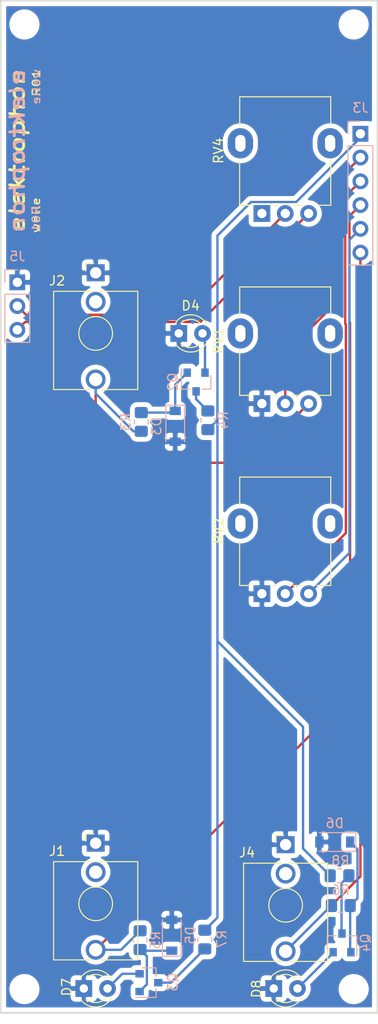
<source format=kicad_pcb>
(kicad_pcb (version 20171130) (host pcbnew 5.1.10)

  (general
    (thickness 1.6)
    (drawings 4)
    (tracks 76)
    (zones 0)
    (modules 28)
    (nets 24)
  )

  (page A4)
  (title_block
    (title "(title)")
    (comment 1 "PCB for panel")
    (comment 2 "(description)")
    (comment 4 "License CC BY 4.0 - Attribution 4.0 International")
  )

  (layers
    (0 F.Cu signal)
    (31 B.Cu signal)
    (32 B.Adhes user)
    (33 F.Adhes user)
    (34 B.Paste user)
    (35 F.Paste user)
    (36 B.SilkS user)
    (37 F.SilkS user)
    (38 B.Mask user)
    (39 F.Mask user)
    (40 Dwgs.User user)
    (41 Cmts.User user)
    (42 Eco1.User user)
    (43 Eco2.User user)
    (44 Edge.Cuts user)
    (45 Margin user)
    (46 B.CrtYd user)
    (47 F.CrtYd user)
    (48 B.Fab user)
    (49 F.Fab user)
  )

  (setup
    (last_trace_width 0.25)
    (user_trace_width 0.381)
    (user_trace_width 0.762)
    (trace_clearance 0.2)
    (zone_clearance 0.508)
    (zone_45_only no)
    (trace_min 0.2)
    (via_size 0.8)
    (via_drill 0.4)
    (via_min_size 0.4)
    (via_min_drill 0.3)
    (uvia_size 0.3)
    (uvia_drill 0.1)
    (uvias_allowed no)
    (uvia_min_size 0.2)
    (uvia_min_drill 0.1)
    (edge_width 0.05)
    (segment_width 0.2)
    (pcb_text_width 0.3)
    (pcb_text_size 1.5 1.5)
    (mod_edge_width 0.12)
    (mod_text_size 1 1)
    (mod_text_width 0.15)
    (pad_size 1.524 1.524)
    (pad_drill 0.762)
    (pad_to_mask_clearance 0)
    (aux_axis_origin 0 0)
    (visible_elements FFFFFF7F)
    (pcbplotparams
      (layerselection 0x010fc_ffffffff)
      (usegerberextensions false)
      (usegerberattributes true)
      (usegerberadvancedattributes true)
      (creategerberjobfile true)
      (excludeedgelayer true)
      (linewidth 0.100000)
      (plotframeref false)
      (viasonmask false)
      (mode 1)
      (useauxorigin false)
      (hpglpennumber 1)
      (hpglpenspeed 20)
      (hpglpendiameter 15.000000)
      (psnegative false)
      (psa4output false)
      (plotreference true)
      (plotvalue true)
      (plotinvisibletext false)
      (padsonsilk false)
      (subtractmaskfromsilk false)
      (outputformat 1)
      (mirror false)
      (drillshape 1)
      (scaleselection 1)
      (outputdirectory ""))
  )

  (net 0 "")
  (net 1 GND)
  (net 2 +15V)
  (net 3 "Net-(J1-PadTN)")
  (net 4 "Net-(J2-PadTN)")
  (net 5 +5V)
  (net 6 "Net-(Q2-Pad3)")
  (net 7 "Net-(D3-Pad1)")
  (net 8 "Net-(D4-Pad2)")
  (net 9 "Net-(D5-Pad1)")
  (net 10 "Net-(D6-Pad1)")
  (net 11 "Net-(D7-Pad2)")
  (net 12 "Net-(D8-Pad2)")
  (net 13 /input)
  (net 14 /control_in)
  (net 15 "Net-(J4-PadTN)")
  (net 16 /out)
  (net 17 /range)
  (net 18 /control)
  (net 19 /shape_b)
  (net 20 /shape_a)
  (net 21 "Net-(Q3-Pad3)")
  (net 22 "Net-(Q4-Pad3)")
  (net 23 "Net-(RV4-Pad1)")

  (net_class Default "This is the default net class."
    (clearance 0.2)
    (trace_width 0.25)
    (via_dia 0.8)
    (via_drill 0.4)
    (uvia_dia 0.3)
    (uvia_drill 0.1)
    (add_net +15V)
    (add_net +5V)
    (add_net /control)
    (add_net /control_in)
    (add_net /input)
    (add_net /out)
    (add_net /range)
    (add_net /shape_a)
    (add_net /shape_b)
    (add_net GND)
    (add_net "Net-(D3-Pad1)")
    (add_net "Net-(D4-Pad2)")
    (add_net "Net-(D5-Pad1)")
    (add_net "Net-(D6-Pad1)")
    (add_net "Net-(D7-Pad2)")
    (add_net "Net-(D8-Pad2)")
    (add_net "Net-(J1-PadTN)")
    (add_net "Net-(J2-PadTN)")
    (add_net "Net-(J4-PadTN)")
    (add_net "Net-(Q2-Pad3)")
    (add_net "Net-(Q3-Pad3)")
    (add_net "Net-(Q4-Pad3)")
    (add_net "Net-(RV4-Pad1)")
  )

  (module "elektrophon:elektrophon logo" locked (layer F.Cu) (tedit 5D74BFC6) (tstamp 611D064E)
    (at 53.59146 66.84518 90)
    (fp_text reference REF** (at 0 3.556 90) (layer F.SilkS) hide
      (effects (font (size 1 1) (thickness 0.15)))
    )
    (fp_text value "elektrophon logo" (at 0 -3.048 90) (layer F.Fab) hide
      (effects (font (size 1 1) (thickness 0.15)))
    )
    (fp_text user welle (at 8.84 1.02 90) (layer B.SilkS)
      (effects (font (size 0.8 1) (thickness 0.15)) (justify left mirror))
    )
    (fp_text user R01 (at -8.83 1 90) (layer B.SilkS)
      (effects (font (size 0.8 1) (thickness 0.15)) (justify right mirror))
    )
    (fp_text user elektrophon (at 0 -1.016 90) (layer B.SilkS)
      (effects (font (size 1.5 2) (thickness 0.3) italic) (justify mirror))
    )
    (fp_text user R01 (at 8.8 1.02 90) (layer F.SilkS)
      (effects (font (size 0.8 1) (thickness 0.15)) (justify right))
    )
    (fp_text user welle (at -8.88 1 90) (layer F.SilkS)
      (effects (font (size 0.8 1) (thickness 0.15)) (justify left))
    )
    (fp_text user elektrophon (at 0 -1.016 90) (layer F.SilkS)
      (effects (font (size 1.5 2) (thickness 0.3) italic))
    )
  )

  (module Connector_PinSocket_2.54mm:PinSocket_1x03_P2.54mm_Vertical (layer B.Cu) (tedit 5A19A429) (tstamp 611CF6A9)
    (at 52.578 80.899 180)
    (descr "Through hole straight socket strip, 1x03, 2.54mm pitch, single row (from Kicad 4.0.7), script generated")
    (tags "Through hole socket strip THT 1x03 2.54mm single row")
    (path /611E4909)
    (fp_text reference J5 (at 0 2.77) (layer B.SilkS)
      (effects (font (size 1 1) (thickness 0.15)) (justify mirror))
    )
    (fp_text value Conn_01x03_Male (at 0 -7.85) (layer B.Fab) hide
      (effects (font (size 1 1) (thickness 0.15)) (justify mirror))
    )
    (fp_line (start -1.8 -6.85) (end -1.8 1.8) (layer B.CrtYd) (width 0.05))
    (fp_line (start 1.75 -6.85) (end -1.8 -6.85) (layer B.CrtYd) (width 0.05))
    (fp_line (start 1.75 1.8) (end 1.75 -6.85) (layer B.CrtYd) (width 0.05))
    (fp_line (start -1.8 1.8) (end 1.75 1.8) (layer B.CrtYd) (width 0.05))
    (fp_line (start 0 1.33) (end 1.33 1.33) (layer B.SilkS) (width 0.12))
    (fp_line (start 1.33 1.33) (end 1.33 0) (layer B.SilkS) (width 0.12))
    (fp_line (start 1.33 -1.27) (end 1.33 -6.41) (layer B.SilkS) (width 0.12))
    (fp_line (start -1.33 -6.41) (end 1.33 -6.41) (layer B.SilkS) (width 0.12))
    (fp_line (start -1.33 -1.27) (end -1.33 -6.41) (layer B.SilkS) (width 0.12))
    (fp_line (start -1.33 -1.27) (end 1.33 -1.27) (layer B.SilkS) (width 0.12))
    (fp_line (start -1.27 -6.35) (end -1.27 1.27) (layer B.Fab) (width 0.1))
    (fp_line (start 1.27 -6.35) (end -1.27 -6.35) (layer B.Fab) (width 0.1))
    (fp_line (start 1.27 0.635) (end 1.27 -6.35) (layer B.Fab) (width 0.1))
    (fp_line (start 0.635 1.27) (end 1.27 0.635) (layer B.Fab) (width 0.1))
    (fp_line (start -1.27 1.27) (end 0.635 1.27) (layer B.Fab) (width 0.1))
    (fp_text user %R (at 0 -2.54 270) (layer B.Fab)
      (effects (font (size 1 1) (thickness 0.15)) (justify mirror))
    )
    (pad 3 thru_hole oval (at 0 -5.08 180) (size 1.7 1.7) (drill 1) (layers *.Cu *.Mask)
      (net 19 /shape_b))
    (pad 2 thru_hole oval (at 0 -2.54 180) (size 1.7 1.7) (drill 1) (layers *.Cu *.Mask)
      (net 20 /shape_a))
    (pad 1 thru_hole rect (at 0 0 180) (size 1.7 1.7) (drill 1) (layers *.Cu *.Mask)
      (net 1 GND))
    (model ${KISYS3DMOD}/Connector_PinSocket_2.54mm.3dshapes/PinSocket_1x03_P2.54mm_Vertical.wrl
      (at (xyz 0 0 0))
      (scale (xyz 1 1 1))
      (rotate (xyz 0 0 0))
    )
  )

  (module Connector_PinSocket_2.54mm:PinSocket_1x06_P2.54mm_Vertical (layer B.Cu) (tedit 5A19A430) (tstamp 611CF650)
    (at 89.281 65.024 180)
    (descr "Through hole straight socket strip, 1x06, 2.54mm pitch, single row (from Kicad 4.0.7), script generated")
    (tags "Through hole socket strip THT 1x06 2.54mm single row")
    (path /611E1D38)
    (fp_text reference J3 (at 0 2.77) (layer B.SilkS)
      (effects (font (size 1 1) (thickness 0.15)) (justify mirror))
    )
    (fp_text value Conn_01x06_Male (at 0 -15.47) (layer B.Fab) hide
      (effects (font (size 1 1) (thickness 0.15)) (justify mirror))
    )
    (fp_line (start -1.8 -14.45) (end -1.8 1.8) (layer B.CrtYd) (width 0.05))
    (fp_line (start 1.75 -14.45) (end -1.8 -14.45) (layer B.CrtYd) (width 0.05))
    (fp_line (start 1.75 1.8) (end 1.75 -14.45) (layer B.CrtYd) (width 0.05))
    (fp_line (start -1.8 1.8) (end 1.75 1.8) (layer B.CrtYd) (width 0.05))
    (fp_line (start 0 1.33) (end 1.33 1.33) (layer B.SilkS) (width 0.12))
    (fp_line (start 1.33 1.33) (end 1.33 0) (layer B.SilkS) (width 0.12))
    (fp_line (start 1.33 -1.27) (end 1.33 -14.03) (layer B.SilkS) (width 0.12))
    (fp_line (start -1.33 -14.03) (end 1.33 -14.03) (layer B.SilkS) (width 0.12))
    (fp_line (start -1.33 -1.27) (end -1.33 -14.03) (layer B.SilkS) (width 0.12))
    (fp_line (start -1.33 -1.27) (end 1.33 -1.27) (layer B.SilkS) (width 0.12))
    (fp_line (start -1.27 -13.97) (end -1.27 1.27) (layer B.Fab) (width 0.1))
    (fp_line (start 1.27 -13.97) (end -1.27 -13.97) (layer B.Fab) (width 0.1))
    (fp_line (start 1.27 0.635) (end 1.27 -13.97) (layer B.Fab) (width 0.1))
    (fp_line (start 0.635 1.27) (end 1.27 0.635) (layer B.Fab) (width 0.1))
    (fp_line (start -1.27 1.27) (end 0.635 1.27) (layer B.Fab) (width 0.1))
    (fp_text user %R (at 0 -6.35 270) (layer B.Fab)
      (effects (font (size 1 1) (thickness 0.15)) (justify mirror))
    )
    (pad 6 thru_hole oval (at 0 -12.7 180) (size 1.7 1.7) (drill 1) (layers *.Cu *.Mask)
      (net 16 /out))
    (pad 5 thru_hole oval (at 0 -10.16 180) (size 1.7 1.7) (drill 1) (layers *.Cu *.Mask)
      (net 2 +15V))
    (pad 4 thru_hole oval (at 0 -7.62 180) (size 1.7 1.7) (drill 1) (layers *.Cu *.Mask)
      (net 13 /input))
    (pad 3 thru_hole oval (at 0 -5.08 180) (size 1.7 1.7) (drill 1) (layers *.Cu *.Mask)
      (net 17 /range))
    (pad 2 thru_hole oval (at 0 -2.54 180) (size 1.7 1.7) (drill 1) (layers *.Cu *.Mask)
      (net 18 /control))
    (pad 1 thru_hole rect (at 0 0 180) (size 1.7 1.7) (drill 1) (layers *.Cu *.Mask)
      (net 5 +5V))
    (model ${KISYS3DMOD}/Connector_PinSocket_2.54mm.3dshapes/PinSocket_1x06_P2.54mm_Vertical.wrl
      (at (xyz 0 0 0))
      (scale (xyz 1 1 1))
      (rotate (xyz 0 0 0))
    )
  )

  (module Resistor_SMD:R_0805_2012Metric_Pad1.20x1.40mm_HandSolder (layer B.Cu) (tedit 5F68FEEE) (tstamp 611BA59F)
    (at 87.0458 144.3228)
    (descr "Resistor SMD 0805 (2012 Metric), square (rectangular) end terminal, IPC_7351 nominal with elongated pad for handsoldering. (Body size source: IPC-SM-782 page 72, https://www.pcb-3d.com/wordpress/wp-content/uploads/ipc-sm-782a_amendment_1_and_2.pdf), generated with kicad-footprint-generator")
    (tags "resistor handsolder")
    (path /60AC9F01)
    (attr smd)
    (fp_text reference R8 (at 0.1016 -1.60782) (layer B.SilkS)
      (effects (font (size 1 1) (thickness 0.15)) (justify mirror))
    )
    (fp_text value 5k (at 0 -1.65) (layer B.Fab)
      (effects (font (size 1 1) (thickness 0.15)) (justify mirror))
    )
    (fp_line (start 1.85 -0.95) (end -1.85 -0.95) (layer B.CrtYd) (width 0.05))
    (fp_line (start 1.85 0.95) (end 1.85 -0.95) (layer B.CrtYd) (width 0.05))
    (fp_line (start -1.85 0.95) (end 1.85 0.95) (layer B.CrtYd) (width 0.05))
    (fp_line (start -1.85 -0.95) (end -1.85 0.95) (layer B.CrtYd) (width 0.05))
    (fp_line (start -0.227064 -0.735) (end 0.227064 -0.735) (layer B.SilkS) (width 0.12))
    (fp_line (start -0.227064 0.735) (end 0.227064 0.735) (layer B.SilkS) (width 0.12))
    (fp_line (start 1 -0.625) (end -1 -0.625) (layer B.Fab) (width 0.1))
    (fp_line (start 1 0.625) (end 1 -0.625) (layer B.Fab) (width 0.1))
    (fp_line (start -1 0.625) (end 1 0.625) (layer B.Fab) (width 0.1))
    (fp_line (start -1 -0.625) (end -1 0.625) (layer B.Fab) (width 0.1))
    (fp_text user %R (at 0 0) (layer B.Fab)
      (effects (font (size 0.5 0.5) (thickness 0.08)) (justify mirror))
    )
    (pad 2 smd roundrect (at 1 0) (size 1.2 1.4) (layers B.Cu B.Paste B.Mask) (roundrect_rratio 0.208333)
      (net 22 "Net-(Q4-Pad3)"))
    (pad 1 smd roundrect (at -1 0) (size 1.2 1.4) (layers B.Cu B.Paste B.Mask) (roundrect_rratio 0.208333)
      (net 5 +5V))
    (model ${KISYS3DMOD}/Resistor_SMD.3dshapes/R_0805_2012Metric.wrl
      (at (xyz 0 0 0))
      (scale (xyz 1 1 1))
      (rotate (xyz 0 0 0))
    )
  )

  (module Resistor_SMD:R_0805_2012Metric_Pad1.20x1.40mm_HandSolder (layer B.Cu) (tedit 5F68FEEE) (tstamp 611BA58E)
    (at 72.6313 151.1427 270)
    (descr "Resistor SMD 0805 (2012 Metric), square (rectangular) end terminal, IPC_7351 nominal with elongated pad for handsoldering. (Body size source: IPC-SM-782 page 72, https://www.pcb-3d.com/wordpress/wp-content/uploads/ipc-sm-782a_amendment_1_and_2.pdf), generated with kicad-footprint-generator")
    (tags "resistor handsolder")
    (path /60AF0941)
    (attr smd)
    (fp_text reference R7 (at -0.04826 -1.81356 90) (layer B.SilkS)
      (effects (font (size 1 1) (thickness 0.15)) (justify mirror))
    )
    (fp_text value 5k (at 0 -1.65 90) (layer B.Fab)
      (effects (font (size 1 1) (thickness 0.15)) (justify mirror))
    )
    (fp_line (start 1.85 -0.95) (end -1.85 -0.95) (layer B.CrtYd) (width 0.05))
    (fp_line (start 1.85 0.95) (end 1.85 -0.95) (layer B.CrtYd) (width 0.05))
    (fp_line (start -1.85 0.95) (end 1.85 0.95) (layer B.CrtYd) (width 0.05))
    (fp_line (start -1.85 -0.95) (end -1.85 0.95) (layer B.CrtYd) (width 0.05))
    (fp_line (start -0.227064 -0.735) (end 0.227064 -0.735) (layer B.SilkS) (width 0.12))
    (fp_line (start -0.227064 0.735) (end 0.227064 0.735) (layer B.SilkS) (width 0.12))
    (fp_line (start 1 -0.625) (end -1 -0.625) (layer B.Fab) (width 0.1))
    (fp_line (start 1 0.625) (end 1 -0.625) (layer B.Fab) (width 0.1))
    (fp_line (start -1 0.625) (end 1 0.625) (layer B.Fab) (width 0.1))
    (fp_line (start -1 -0.625) (end -1 0.625) (layer B.Fab) (width 0.1))
    (fp_text user %R (at 0 0 90) (layer B.Fab)
      (effects (font (size 0.5 0.5) (thickness 0.08)) (justify mirror))
    )
    (pad 2 smd roundrect (at 1 0 270) (size 1.2 1.4) (layers B.Cu B.Paste B.Mask) (roundrect_rratio 0.208333)
      (net 21 "Net-(Q3-Pad3)"))
    (pad 1 smd roundrect (at -1 0 270) (size 1.2 1.4) (layers B.Cu B.Paste B.Mask) (roundrect_rratio 0.208333)
      (net 5 +5V))
    (model ${KISYS3DMOD}/Resistor_SMD.3dshapes/R_0805_2012Metric.wrl
      (at (xyz 0 0 0))
      (scale (xyz 1 1 1))
      (rotate (xyz 0 0 0))
    )
  )

  (module Resistor_SMD:R_0805_2012Metric_Pad1.20x1.40mm_HandSolder (layer B.Cu) (tedit 5F68FEEE) (tstamp 611BA57D)
    (at 87.1855 147.5105 180)
    (descr "Resistor SMD 0805 (2012 Metric), square (rectangular) end terminal, IPC_7351 nominal with elongated pad for handsoldering. (Body size source: IPC-SM-782 page 72, https://www.pcb-3d.com/wordpress/wp-content/uploads/ipc-sm-782a_amendment_1_and_2.pdf), generated with kicad-footprint-generator")
    (tags "resistor handsolder")
    (path /60AC9F0D)
    (attr smd)
    (fp_text reference R6 (at 0 1.65) (layer B.SilkS)
      (effects (font (size 1 1) (thickness 0.15)) (justify mirror))
    )
    (fp_text value 100k (at 0 -1.65) (layer B.Fab)
      (effects (font (size 1 1) (thickness 0.15)) (justify mirror))
    )
    (fp_line (start 1.85 -0.95) (end -1.85 -0.95) (layer B.CrtYd) (width 0.05))
    (fp_line (start 1.85 0.95) (end 1.85 -0.95) (layer B.CrtYd) (width 0.05))
    (fp_line (start -1.85 0.95) (end 1.85 0.95) (layer B.CrtYd) (width 0.05))
    (fp_line (start -1.85 -0.95) (end -1.85 0.95) (layer B.CrtYd) (width 0.05))
    (fp_line (start -0.227064 -0.735) (end 0.227064 -0.735) (layer B.SilkS) (width 0.12))
    (fp_line (start -0.227064 0.735) (end 0.227064 0.735) (layer B.SilkS) (width 0.12))
    (fp_line (start 1 -0.625) (end -1 -0.625) (layer B.Fab) (width 0.1))
    (fp_line (start 1 0.625) (end 1 -0.625) (layer B.Fab) (width 0.1))
    (fp_line (start -1 0.625) (end 1 0.625) (layer B.Fab) (width 0.1))
    (fp_line (start -1 -0.625) (end -1 0.625) (layer B.Fab) (width 0.1))
    (fp_text user %R (at 0 0) (layer B.Fab)
      (effects (font (size 0.5 0.5) (thickness 0.08)) (justify mirror))
    )
    (pad 2 smd roundrect (at 1 0 180) (size 1.2 1.4) (layers B.Cu B.Paste B.Mask) (roundrect_rratio 0.208333)
      (net 16 /out))
    (pad 1 smd roundrect (at -1 0 180) (size 1.2 1.4) (layers B.Cu B.Paste B.Mask) (roundrect_rratio 0.208333)
      (net 10 "Net-(D6-Pad1)"))
    (model ${KISYS3DMOD}/Resistor_SMD.3dshapes/R_0805_2012Metric.wrl
      (at (xyz 0 0 0))
      (scale (xyz 1 1 1))
      (rotate (xyz 0 0 0))
    )
  )

  (module Resistor_SMD:R_0805_2012Metric_Pad1.20x1.40mm_HandSolder (layer B.Cu) (tedit 5F68FEEE) (tstamp 611BA56C)
    (at 65.7098 151.2062 90)
    (descr "Resistor SMD 0805 (2012 Metric), square (rectangular) end terminal, IPC_7351 nominal with elongated pad for handsoldering. (Body size source: IPC-SM-782 page 72, https://www.pcb-3d.com/wordpress/wp-content/uploads/ipc-sm-782a_amendment_1_and_2.pdf), generated with kicad-footprint-generator")
    (tags "resistor handsolder")
    (path /60AF094D)
    (attr smd)
    (fp_text reference R5 (at 0 1.65 90) (layer B.SilkS)
      (effects (font (size 1 1) (thickness 0.15)) (justify mirror))
    )
    (fp_text value 100k (at 0 -1.65 90) (layer B.Fab)
      (effects (font (size 1 1) (thickness 0.15)) (justify mirror))
    )
    (fp_line (start 1.85 -0.95) (end -1.85 -0.95) (layer B.CrtYd) (width 0.05))
    (fp_line (start 1.85 0.95) (end 1.85 -0.95) (layer B.CrtYd) (width 0.05))
    (fp_line (start -1.85 0.95) (end 1.85 0.95) (layer B.CrtYd) (width 0.05))
    (fp_line (start -1.85 -0.95) (end -1.85 0.95) (layer B.CrtYd) (width 0.05))
    (fp_line (start -0.227064 -0.735) (end 0.227064 -0.735) (layer B.SilkS) (width 0.12))
    (fp_line (start -0.227064 0.735) (end 0.227064 0.735) (layer B.SilkS) (width 0.12))
    (fp_line (start 1 -0.625) (end -1 -0.625) (layer B.Fab) (width 0.1))
    (fp_line (start 1 0.625) (end 1 -0.625) (layer B.Fab) (width 0.1))
    (fp_line (start -1 0.625) (end 1 0.625) (layer B.Fab) (width 0.1))
    (fp_line (start -1 -0.625) (end -1 0.625) (layer B.Fab) (width 0.1))
    (fp_text user %R (at 0 0 90) (layer B.Fab)
      (effects (font (size 0.5 0.5) (thickness 0.08)) (justify mirror))
    )
    (pad 2 smd roundrect (at 1 0 90) (size 1.2 1.4) (layers B.Cu B.Paste B.Mask) (roundrect_rratio 0.208333)
      (net 13 /input))
    (pad 1 smd roundrect (at -1 0 90) (size 1.2 1.4) (layers B.Cu B.Paste B.Mask) (roundrect_rratio 0.208333)
      (net 9 "Net-(D5-Pad1)"))
    (model ${KISYS3DMOD}/Resistor_SMD.3dshapes/R_0805_2012Metric.wrl
      (at (xyz 0 0 0))
      (scale (xyz 1 1 1))
      (rotate (xyz 0 0 0))
    )
  )

  (module Resistor_SMD:R_0805_2012Metric_Pad1.20x1.40mm_HandSolder (layer B.Cu) (tedit 5F68FEEE) (tstamp 611BA55B)
    (at 72.9615 95.6437 90)
    (descr "Resistor SMD 0805 (2012 Metric), square (rectangular) end terminal, IPC_7351 nominal with elongated pad for handsoldering. (Body size source: IPC-SM-782 page 72, https://www.pcb-3d.com/wordpress/wp-content/uploads/ipc-sm-782a_amendment_1_and_2.pdf), generated with kicad-footprint-generator")
    (tags "resistor handsolder")
    (path /60AE944F)
    (attr smd)
    (fp_text reference R4 (at 0 1.65 90) (layer B.SilkS)
      (effects (font (size 1 1) (thickness 0.15)) (justify mirror))
    )
    (fp_text value 5k (at 0 -1.65 90) (layer B.Fab)
      (effects (font (size 1 1) (thickness 0.15)) (justify mirror))
    )
    (fp_line (start 1.85 -0.95) (end -1.85 -0.95) (layer B.CrtYd) (width 0.05))
    (fp_line (start 1.85 0.95) (end 1.85 -0.95) (layer B.CrtYd) (width 0.05))
    (fp_line (start -1.85 0.95) (end 1.85 0.95) (layer B.CrtYd) (width 0.05))
    (fp_line (start -1.85 -0.95) (end -1.85 0.95) (layer B.CrtYd) (width 0.05))
    (fp_line (start -0.227064 -0.735) (end 0.227064 -0.735) (layer B.SilkS) (width 0.12))
    (fp_line (start -0.227064 0.735) (end 0.227064 0.735) (layer B.SilkS) (width 0.12))
    (fp_line (start 1 -0.625) (end -1 -0.625) (layer B.Fab) (width 0.1))
    (fp_line (start 1 0.625) (end 1 -0.625) (layer B.Fab) (width 0.1))
    (fp_line (start -1 0.625) (end 1 0.625) (layer B.Fab) (width 0.1))
    (fp_line (start -1 -0.625) (end -1 0.625) (layer B.Fab) (width 0.1))
    (fp_text user %R (at 0 0 90) (layer B.Fab)
      (effects (font (size 0.5 0.5) (thickness 0.08)) (justify mirror))
    )
    (pad 2 smd roundrect (at 1 0 90) (size 1.2 1.4) (layers B.Cu B.Paste B.Mask) (roundrect_rratio 0.208333)
      (net 6 "Net-(Q2-Pad3)"))
    (pad 1 smd roundrect (at -1 0 90) (size 1.2 1.4) (layers B.Cu B.Paste B.Mask) (roundrect_rratio 0.208333)
      (net 5 +5V))
    (model ${KISYS3DMOD}/Resistor_SMD.3dshapes/R_0805_2012Metric.wrl
      (at (xyz 0 0 0))
      (scale (xyz 1 1 1))
      (rotate (xyz 0 0 0))
    )
  )

  (module Resistor_SMD:R_0805_2012Metric_Pad1.20x1.40mm_HandSolder (layer B.Cu) (tedit 5F68FEEE) (tstamp 611BA54A)
    (at 65.8368 95.8215 270)
    (descr "Resistor SMD 0805 (2012 Metric), square (rectangular) end terminal, IPC_7351 nominal with elongated pad for handsoldering. (Body size source: IPC-SM-782 page 72, https://www.pcb-3d.com/wordpress/wp-content/uploads/ipc-sm-782a_amendment_1_and_2.pdf), generated with kicad-footprint-generator")
    (tags "resistor handsolder")
    (path /60AE945B)
    (attr smd)
    (fp_text reference R3 (at 0 1.65 90) (layer B.SilkS)
      (effects (font (size 1 1) (thickness 0.15)) (justify mirror))
    )
    (fp_text value 100k (at 0 -1.65 90) (layer B.Fab)
      (effects (font (size 1 1) (thickness 0.15)) (justify mirror))
    )
    (fp_line (start 1.85 -0.95) (end -1.85 -0.95) (layer B.CrtYd) (width 0.05))
    (fp_line (start 1.85 0.95) (end 1.85 -0.95) (layer B.CrtYd) (width 0.05))
    (fp_line (start -1.85 0.95) (end 1.85 0.95) (layer B.CrtYd) (width 0.05))
    (fp_line (start -1.85 -0.95) (end -1.85 0.95) (layer B.CrtYd) (width 0.05))
    (fp_line (start -0.227064 -0.735) (end 0.227064 -0.735) (layer B.SilkS) (width 0.12))
    (fp_line (start -0.227064 0.735) (end 0.227064 0.735) (layer B.SilkS) (width 0.12))
    (fp_line (start 1 -0.625) (end -1 -0.625) (layer B.Fab) (width 0.1))
    (fp_line (start 1 0.625) (end 1 -0.625) (layer B.Fab) (width 0.1))
    (fp_line (start -1 0.625) (end 1 0.625) (layer B.Fab) (width 0.1))
    (fp_line (start -1 -0.625) (end -1 0.625) (layer B.Fab) (width 0.1))
    (fp_text user %R (at 0 0 90) (layer B.Fab)
      (effects (font (size 0.5 0.5) (thickness 0.08)) (justify mirror))
    )
    (pad 2 smd roundrect (at 1 0 270) (size 1.2 1.4) (layers B.Cu B.Paste B.Mask) (roundrect_rratio 0.208333)
      (net 14 /control_in))
    (pad 1 smd roundrect (at -1 0 270) (size 1.2 1.4) (layers B.Cu B.Paste B.Mask) (roundrect_rratio 0.208333)
      (net 7 "Net-(D3-Pad1)"))
    (model ${KISYS3DMOD}/Resistor_SMD.3dshapes/R_0805_2012Metric.wrl
      (at (xyz 0 0 0))
      (scale (xyz 1 1 1))
      (rotate (xyz 0 0 0))
    )
  )

  (module Package_TO_SOT_SMD:SOT-23 (layer B.Cu) (tedit 5A02FF57) (tstamp 611BA517)
    (at 87.3125 151.4983 90)
    (descr "SOT-23, Standard")
    (tags SOT-23)
    (path /60AC9F21)
    (attr smd)
    (fp_text reference Q4 (at 0 2.5 90) (layer B.SilkS)
      (effects (font (size 1 1) (thickness 0.15)) (justify mirror))
    )
    (fp_text value MMBT3904 (at 0 -2.5 90) (layer B.Fab)
      (effects (font (size 1 1) (thickness 0.15)) (justify mirror))
    )
    (fp_line (start 0.76 -1.58) (end -0.7 -1.58) (layer B.SilkS) (width 0.12))
    (fp_line (start 0.76 1.58) (end -1.4 1.58) (layer B.SilkS) (width 0.12))
    (fp_line (start -1.7 -1.75) (end -1.7 1.75) (layer B.CrtYd) (width 0.05))
    (fp_line (start 1.7 -1.75) (end -1.7 -1.75) (layer B.CrtYd) (width 0.05))
    (fp_line (start 1.7 1.75) (end 1.7 -1.75) (layer B.CrtYd) (width 0.05))
    (fp_line (start -1.7 1.75) (end 1.7 1.75) (layer B.CrtYd) (width 0.05))
    (fp_line (start 0.76 1.58) (end 0.76 0.65) (layer B.SilkS) (width 0.12))
    (fp_line (start 0.76 -1.58) (end 0.76 -0.65) (layer B.SilkS) (width 0.12))
    (fp_line (start -0.7 -1.52) (end 0.7 -1.52) (layer B.Fab) (width 0.1))
    (fp_line (start 0.7 1.52) (end 0.7 -1.52) (layer B.Fab) (width 0.1))
    (fp_line (start -0.7 0.95) (end -0.15 1.52) (layer B.Fab) (width 0.1))
    (fp_line (start -0.15 1.52) (end 0.7 1.52) (layer B.Fab) (width 0.1))
    (fp_line (start -0.7 0.95) (end -0.7 -1.5) (layer B.Fab) (width 0.1))
    (fp_text user %R (at 0 0 180) (layer B.Fab)
      (effects (font (size 0.5 0.5) (thickness 0.075)) (justify mirror))
    )
    (pad 3 smd rect (at 1 0 90) (size 0.9 0.8) (layers B.Cu B.Paste B.Mask)
      (net 22 "Net-(Q4-Pad3)"))
    (pad 2 smd rect (at -1 -0.95 90) (size 0.9 0.8) (layers B.Cu B.Paste B.Mask)
      (net 12 "Net-(D8-Pad2)"))
    (pad 1 smd rect (at -1 0.95 90) (size 0.9 0.8) (layers B.Cu B.Paste B.Mask)
      (net 10 "Net-(D6-Pad1)"))
    (model ${KISYS3DMOD}/Package_TO_SOT_SMD.3dshapes/SOT-23.wrl
      (at (xyz 0 0 0))
      (scale (xyz 1 1 1))
      (rotate (xyz 0 0 0))
    )
  )

  (module Package_TO_SOT_SMD:SOT-23 (layer B.Cu) (tedit 5A02FF57) (tstamp 611BA502)
    (at 66.659 155.7503)
    (descr "SOT-23, Standard")
    (tags SOT-23)
    (path /60AD3DD5)
    (attr smd)
    (fp_text reference Q3 (at 2.55346 -0.05846 90) (layer B.SilkS)
      (effects (font (size 1 1) (thickness 0.15)) (justify mirror))
    )
    (fp_text value MMBT3904 (at 0 -2.5) (layer B.Fab)
      (effects (font (size 1 1) (thickness 0.15)) (justify mirror))
    )
    (fp_line (start 0.76 -1.58) (end -0.7 -1.58) (layer B.SilkS) (width 0.12))
    (fp_line (start 0.76 1.58) (end -1.4 1.58) (layer B.SilkS) (width 0.12))
    (fp_line (start -1.7 -1.75) (end -1.7 1.75) (layer B.CrtYd) (width 0.05))
    (fp_line (start 1.7 -1.75) (end -1.7 -1.75) (layer B.CrtYd) (width 0.05))
    (fp_line (start 1.7 1.75) (end 1.7 -1.75) (layer B.CrtYd) (width 0.05))
    (fp_line (start -1.7 1.75) (end 1.7 1.75) (layer B.CrtYd) (width 0.05))
    (fp_line (start 0.76 1.58) (end 0.76 0.65) (layer B.SilkS) (width 0.12))
    (fp_line (start 0.76 -1.58) (end 0.76 -0.65) (layer B.SilkS) (width 0.12))
    (fp_line (start -0.7 -1.52) (end 0.7 -1.52) (layer B.Fab) (width 0.1))
    (fp_line (start 0.7 1.52) (end 0.7 -1.52) (layer B.Fab) (width 0.1))
    (fp_line (start -0.7 0.95) (end -0.15 1.52) (layer B.Fab) (width 0.1))
    (fp_line (start -0.15 1.52) (end 0.7 1.52) (layer B.Fab) (width 0.1))
    (fp_line (start -0.7 0.95) (end -0.7 -1.5) (layer B.Fab) (width 0.1))
    (fp_text user %R (at 0 0 -90) (layer B.Fab)
      (effects (font (size 0.5 0.5) (thickness 0.075)) (justify mirror))
    )
    (pad 3 smd rect (at 1 0) (size 0.9 0.8) (layers B.Cu B.Paste B.Mask)
      (net 21 "Net-(Q3-Pad3)"))
    (pad 2 smd rect (at -1 -0.95) (size 0.9 0.8) (layers B.Cu B.Paste B.Mask)
      (net 11 "Net-(D7-Pad2)"))
    (pad 1 smd rect (at -1 0.95) (size 0.9 0.8) (layers B.Cu B.Paste B.Mask)
      (net 9 "Net-(D5-Pad1)"))
    (model ${KISYS3DMOD}/Package_TO_SOT_SMD.3dshapes/SOT-23.wrl
      (at (xyz 0 0 0))
      (scale (xyz 1 1 1))
      (rotate (xyz 0 0 0))
    )
  )

  (module Package_TO_SOT_SMD:SOT-23 (layer B.Cu) (tedit 5A02FF57) (tstamp 611BA4ED)
    (at 71.7042 91.5543 270)
    (descr "SOT-23, Standard")
    (tags SOT-23)
    (path /60AD3277)
    (attr smd)
    (fp_text reference Q2 (at 0 2.5 90) (layer B.SilkS)
      (effects (font (size 1 1) (thickness 0.15)) (justify mirror))
    )
    (fp_text value MMBT3904 (at 0 -2.5 90) (layer B.Fab)
      (effects (font (size 1 1) (thickness 0.15)) (justify mirror))
    )
    (fp_line (start 0.76 -1.58) (end -0.7 -1.58) (layer B.SilkS) (width 0.12))
    (fp_line (start 0.76 1.58) (end -1.4 1.58) (layer B.SilkS) (width 0.12))
    (fp_line (start -1.7 -1.75) (end -1.7 1.75) (layer B.CrtYd) (width 0.05))
    (fp_line (start 1.7 -1.75) (end -1.7 -1.75) (layer B.CrtYd) (width 0.05))
    (fp_line (start 1.7 1.75) (end 1.7 -1.75) (layer B.CrtYd) (width 0.05))
    (fp_line (start -1.7 1.75) (end 1.7 1.75) (layer B.CrtYd) (width 0.05))
    (fp_line (start 0.76 1.58) (end 0.76 0.65) (layer B.SilkS) (width 0.12))
    (fp_line (start 0.76 -1.58) (end 0.76 -0.65) (layer B.SilkS) (width 0.12))
    (fp_line (start -0.7 -1.52) (end 0.7 -1.52) (layer B.Fab) (width 0.1))
    (fp_line (start 0.7 1.52) (end 0.7 -1.52) (layer B.Fab) (width 0.1))
    (fp_line (start -0.7 0.95) (end -0.15 1.52) (layer B.Fab) (width 0.1))
    (fp_line (start -0.15 1.52) (end 0.7 1.52) (layer B.Fab) (width 0.1))
    (fp_line (start -0.7 0.95) (end -0.7 -1.5) (layer B.Fab) (width 0.1))
    (fp_text user %R (at 0 0 180) (layer B.Fab)
      (effects (font (size 0.5 0.5) (thickness 0.075)) (justify mirror))
    )
    (pad 3 smd rect (at 1 0 270) (size 0.9 0.8) (layers B.Cu B.Paste B.Mask)
      (net 6 "Net-(Q2-Pad3)"))
    (pad 2 smd rect (at -1 -0.95 270) (size 0.9 0.8) (layers B.Cu B.Paste B.Mask)
      (net 8 "Net-(D4-Pad2)"))
    (pad 1 smd rect (at -1 0.95 270) (size 0.9 0.8) (layers B.Cu B.Paste B.Mask)
      (net 7 "Net-(D3-Pad1)"))
    (model ${KISYS3DMOD}/Package_TO_SOT_SMD.3dshapes/SOT-23.wrl
      (at (xyz 0 0 0))
      (scale (xyz 1 1 1))
      (rotate (xyz 0 0 0))
    )
  )

  (module LED_THT:LED_D3.0mm (layer F.Cu) (tedit 587A3A7B) (tstamp 611BA377)
    (at 80.01 156.3751)
    (descr "LED, diameter 3.0mm, 2 pins")
    (tags "LED diameter 3.0mm 2 pins")
    (path /60AC9EF5)
    (fp_text reference D8 (at -1.84404 0.03302 90) (layer F.SilkS)
      (effects (font (size 1 1) (thickness 0.15)))
    )
    (fp_text value "LED (Red)" (at 1.27 2.96) (layer F.Fab)
      (effects (font (size 1 1) (thickness 0.15)))
    )
    (fp_line (start 3.7 -2.25) (end -1.15 -2.25) (layer F.CrtYd) (width 0.05))
    (fp_line (start 3.7 2.25) (end 3.7 -2.25) (layer F.CrtYd) (width 0.05))
    (fp_line (start -1.15 2.25) (end 3.7 2.25) (layer F.CrtYd) (width 0.05))
    (fp_line (start -1.15 -2.25) (end -1.15 2.25) (layer F.CrtYd) (width 0.05))
    (fp_line (start -0.29 1.08) (end -0.29 1.236) (layer F.SilkS) (width 0.12))
    (fp_line (start -0.29 -1.236) (end -0.29 -1.08) (layer F.SilkS) (width 0.12))
    (fp_line (start -0.23 -1.16619) (end -0.23 1.16619) (layer F.Fab) (width 0.1))
    (fp_circle (center 1.27 0) (end 2.77 0) (layer F.Fab) (width 0.1))
    (fp_arc (start 1.27 0) (end 0.229039 1.08) (angle -87.9) (layer F.SilkS) (width 0.12))
    (fp_arc (start 1.27 0) (end 0.229039 -1.08) (angle 87.9) (layer F.SilkS) (width 0.12))
    (fp_arc (start 1.27 0) (end -0.29 1.235516) (angle -108.8) (layer F.SilkS) (width 0.12))
    (fp_arc (start 1.27 0) (end -0.29 -1.235516) (angle 108.8) (layer F.SilkS) (width 0.12))
    (fp_arc (start 1.27 0) (end -0.23 -1.16619) (angle 284.3) (layer F.Fab) (width 0.1))
    (pad 2 thru_hole circle (at 2.54 0) (size 1.8 1.8) (drill 0.9) (layers *.Cu *.Mask)
      (net 12 "Net-(D8-Pad2)"))
    (pad 1 thru_hole rect (at 0 0) (size 1.8 1.8) (drill 0.9) (layers *.Cu *.Mask)
      (net 1 GND))
    (model ${KISYS3DMOD}/LED_THT.3dshapes/LED_D3.0mm.wrl
      (at (xyz 0 0 0))
      (scale (xyz 1 1 1))
      (rotate (xyz 0 0 0))
    )
  )

  (module LED_THT:LED_D3.0mm (layer F.Cu) (tedit 587A3A7B) (tstamp 611BA364)
    (at 59.69 156.3751)
    (descr "LED, diameter 3.0mm, 2 pins")
    (tags "LED diameter 3.0mm 2 pins")
    (path /60AF092F)
    (fp_text reference D7 (at -1.82372 -0.14986 90) (layer F.SilkS)
      (effects (font (size 1 1) (thickness 0.15)))
    )
    (fp_text value "LED (Green)" (at 1.27 2.96) (layer F.Fab)
      (effects (font (size 1 1) (thickness 0.15)))
    )
    (fp_line (start 3.7 -2.25) (end -1.15 -2.25) (layer F.CrtYd) (width 0.05))
    (fp_line (start 3.7 2.25) (end 3.7 -2.25) (layer F.CrtYd) (width 0.05))
    (fp_line (start -1.15 2.25) (end 3.7 2.25) (layer F.CrtYd) (width 0.05))
    (fp_line (start -1.15 -2.25) (end -1.15 2.25) (layer F.CrtYd) (width 0.05))
    (fp_line (start -0.29 1.08) (end -0.29 1.236) (layer F.SilkS) (width 0.12))
    (fp_line (start -0.29 -1.236) (end -0.29 -1.08) (layer F.SilkS) (width 0.12))
    (fp_line (start -0.23 -1.16619) (end -0.23 1.16619) (layer F.Fab) (width 0.1))
    (fp_circle (center 1.27 0) (end 2.77 0) (layer F.Fab) (width 0.1))
    (fp_arc (start 1.27 0) (end 0.229039 1.08) (angle -87.9) (layer F.SilkS) (width 0.12))
    (fp_arc (start 1.27 0) (end 0.229039 -1.08) (angle 87.9) (layer F.SilkS) (width 0.12))
    (fp_arc (start 1.27 0) (end -0.29 1.235516) (angle -108.8) (layer F.SilkS) (width 0.12))
    (fp_arc (start 1.27 0) (end -0.29 -1.235516) (angle 108.8) (layer F.SilkS) (width 0.12))
    (fp_arc (start 1.27 0) (end -0.23 -1.16619) (angle 284.3) (layer F.Fab) (width 0.1))
    (pad 2 thru_hole circle (at 2.54 0) (size 1.8 1.8) (drill 0.9) (layers *.Cu *.Mask)
      (net 11 "Net-(D7-Pad2)"))
    (pad 1 thru_hole rect (at 0 0) (size 1.8 1.8) (drill 0.9) (layers *.Cu *.Mask)
      (net 1 GND))
    (model ${KISYS3DMOD}/LED_THT.3dshapes/LED_D3.0mm.wrl
      (at (xyz 0 0 0))
      (scale (xyz 1 1 1))
      (rotate (xyz 0 0 0))
    )
  )

  (module Diode_SMD:D_SOD-123 (layer B.Cu) (tedit 58645DC7) (tstamp 611BA351)
    (at 86.5378 140.716 180)
    (descr SOD-123)
    (tags SOD-123)
    (path /60AC9F1B)
    (attr smd)
    (fp_text reference D6 (at 0 2) (layer B.SilkS)
      (effects (font (size 1 1) (thickness 0.15)) (justify mirror))
    )
    (fp_text value 1N4148W (at 0 -2.1) (layer B.Fab)
      (effects (font (size 1 1) (thickness 0.15)) (justify mirror))
    )
    (fp_line (start -2.25 1) (end 1.65 1) (layer B.SilkS) (width 0.12))
    (fp_line (start -2.25 -1) (end 1.65 -1) (layer B.SilkS) (width 0.12))
    (fp_line (start -2.35 1.15) (end -2.35 -1.15) (layer B.CrtYd) (width 0.05))
    (fp_line (start 2.35 -1.15) (end -2.35 -1.15) (layer B.CrtYd) (width 0.05))
    (fp_line (start 2.35 1.15) (end 2.35 -1.15) (layer B.CrtYd) (width 0.05))
    (fp_line (start -2.35 1.15) (end 2.35 1.15) (layer B.CrtYd) (width 0.05))
    (fp_line (start -1.4 0.9) (end 1.4 0.9) (layer B.Fab) (width 0.1))
    (fp_line (start 1.4 0.9) (end 1.4 -0.9) (layer B.Fab) (width 0.1))
    (fp_line (start 1.4 -0.9) (end -1.4 -0.9) (layer B.Fab) (width 0.1))
    (fp_line (start -1.4 -0.9) (end -1.4 0.9) (layer B.Fab) (width 0.1))
    (fp_line (start -0.75 0) (end -0.35 0) (layer B.Fab) (width 0.1))
    (fp_line (start -0.35 0) (end -0.35 0.55) (layer B.Fab) (width 0.1))
    (fp_line (start -0.35 0) (end -0.35 -0.55) (layer B.Fab) (width 0.1))
    (fp_line (start -0.35 0) (end 0.25 0.4) (layer B.Fab) (width 0.1))
    (fp_line (start 0.25 0.4) (end 0.25 -0.4) (layer B.Fab) (width 0.1))
    (fp_line (start 0.25 -0.4) (end -0.35 0) (layer B.Fab) (width 0.1))
    (fp_line (start 0.25 0) (end 0.75 0) (layer B.Fab) (width 0.1))
    (fp_line (start -2.25 1) (end -2.25 -1) (layer B.SilkS) (width 0.12))
    (fp_text user %R (at 0 2) (layer B.Fab)
      (effects (font (size 1 1) (thickness 0.15)) (justify mirror))
    )
    (pad 2 smd rect (at 1.65 0 180) (size 0.9 1.2) (layers B.Cu B.Paste B.Mask)
      (net 1 GND))
    (pad 1 smd rect (at -1.65 0 180) (size 0.9 1.2) (layers B.Cu B.Paste B.Mask)
      (net 10 "Net-(D6-Pad1)"))
    (model ${KISYS3DMOD}/Diode_SMD.3dshapes/D_SOD-123.wrl
      (at (xyz 0 0 0))
      (scale (xyz 1 1 1))
      (rotate (xyz 0 0 0))
    )
  )

  (module Diode_SMD:D_SOD-123 (layer B.Cu) (tedit 58645DC7) (tstamp 611BA338)
    (at 69.1007 150.6855 90)
    (descr SOD-123)
    (tags SOD-123)
    (path /60AACD5E)
    (attr smd)
    (fp_text reference D5 (at 0 2 90) (layer B.SilkS)
      (effects (font (size 1 1) (thickness 0.15)) (justify mirror))
    )
    (fp_text value 1N4148W (at 0 -2.1 90) (layer B.Fab)
      (effects (font (size 1 1) (thickness 0.15)) (justify mirror))
    )
    (fp_line (start -2.25 1) (end 1.65 1) (layer B.SilkS) (width 0.12))
    (fp_line (start -2.25 -1) (end 1.65 -1) (layer B.SilkS) (width 0.12))
    (fp_line (start -2.35 1.15) (end -2.35 -1.15) (layer B.CrtYd) (width 0.05))
    (fp_line (start 2.35 -1.15) (end -2.35 -1.15) (layer B.CrtYd) (width 0.05))
    (fp_line (start 2.35 1.15) (end 2.35 -1.15) (layer B.CrtYd) (width 0.05))
    (fp_line (start -2.35 1.15) (end 2.35 1.15) (layer B.CrtYd) (width 0.05))
    (fp_line (start -1.4 0.9) (end 1.4 0.9) (layer B.Fab) (width 0.1))
    (fp_line (start 1.4 0.9) (end 1.4 -0.9) (layer B.Fab) (width 0.1))
    (fp_line (start 1.4 -0.9) (end -1.4 -0.9) (layer B.Fab) (width 0.1))
    (fp_line (start -1.4 -0.9) (end -1.4 0.9) (layer B.Fab) (width 0.1))
    (fp_line (start -0.75 0) (end -0.35 0) (layer B.Fab) (width 0.1))
    (fp_line (start -0.35 0) (end -0.35 0.55) (layer B.Fab) (width 0.1))
    (fp_line (start -0.35 0) (end -0.35 -0.55) (layer B.Fab) (width 0.1))
    (fp_line (start -0.35 0) (end 0.25 0.4) (layer B.Fab) (width 0.1))
    (fp_line (start 0.25 0.4) (end 0.25 -0.4) (layer B.Fab) (width 0.1))
    (fp_line (start 0.25 -0.4) (end -0.35 0) (layer B.Fab) (width 0.1))
    (fp_line (start 0.25 0) (end 0.75 0) (layer B.Fab) (width 0.1))
    (fp_line (start -2.25 1) (end -2.25 -1) (layer B.SilkS) (width 0.12))
    (fp_text user %R (at 0 2 90) (layer B.Fab)
      (effects (font (size 1 1) (thickness 0.15)) (justify mirror))
    )
    (pad 2 smd rect (at 1.65 0 90) (size 0.9 1.2) (layers B.Cu B.Paste B.Mask)
      (net 1 GND))
    (pad 1 smd rect (at -1.65 0 90) (size 0.9 1.2) (layers B.Cu B.Paste B.Mask)
      (net 9 "Net-(D5-Pad1)"))
    (model ${KISYS3DMOD}/Diode_SMD.3dshapes/D_SOD-123.wrl
      (at (xyz 0 0 0))
      (scale (xyz 1 1 1))
      (rotate (xyz 0 0 0))
    )
  )

  (module LED_THT:LED_D3.0mm (layer F.Cu) (tedit 587A3A7B) (tstamp 611BA31F)
    (at 69.85 86.36)
    (descr "LED, diameter 3.0mm, 2 pins")
    (tags "LED diameter 3.0mm 2 pins")
    (path /60AE943D)
    (fp_text reference D4 (at 1.27 -2.96) (layer F.SilkS)
      (effects (font (size 1 1) (thickness 0.15)))
    )
    (fp_text value "LED (Yellow)" (at 1.27 2.96) (layer F.Fab)
      (effects (font (size 1 1) (thickness 0.15)))
    )
    (fp_line (start 3.7 -2.25) (end -1.15 -2.25) (layer F.CrtYd) (width 0.05))
    (fp_line (start 3.7 2.25) (end 3.7 -2.25) (layer F.CrtYd) (width 0.05))
    (fp_line (start -1.15 2.25) (end 3.7 2.25) (layer F.CrtYd) (width 0.05))
    (fp_line (start -1.15 -2.25) (end -1.15 2.25) (layer F.CrtYd) (width 0.05))
    (fp_line (start -0.29 1.08) (end -0.29 1.236) (layer F.SilkS) (width 0.12))
    (fp_line (start -0.29 -1.236) (end -0.29 -1.08) (layer F.SilkS) (width 0.12))
    (fp_line (start -0.23 -1.16619) (end -0.23 1.16619) (layer F.Fab) (width 0.1))
    (fp_circle (center 1.27 0) (end 2.77 0) (layer F.Fab) (width 0.1))
    (fp_arc (start 1.27 0) (end 0.229039 1.08) (angle -87.9) (layer F.SilkS) (width 0.12))
    (fp_arc (start 1.27 0) (end 0.229039 -1.08) (angle 87.9) (layer F.SilkS) (width 0.12))
    (fp_arc (start 1.27 0) (end -0.29 1.235516) (angle -108.8) (layer F.SilkS) (width 0.12))
    (fp_arc (start 1.27 0) (end -0.29 -1.235516) (angle 108.8) (layer F.SilkS) (width 0.12))
    (fp_arc (start 1.27 0) (end -0.23 -1.16619) (angle 284.3) (layer F.Fab) (width 0.1))
    (pad 2 thru_hole circle (at 2.54 0) (size 1.8 1.8) (drill 0.9) (layers *.Cu *.Mask)
      (net 8 "Net-(D4-Pad2)"))
    (pad 1 thru_hole rect (at 0 0) (size 1.8 1.8) (drill 0.9) (layers *.Cu *.Mask)
      (net 1 GND))
    (model ${KISYS3DMOD}/LED_THT.3dshapes/LED_D3.0mm.wrl
      (at (xyz 0 0 0))
      (scale (xyz 1 1 1))
      (rotate (xyz 0 0 0))
    )
  )

  (module Diode_SMD:D_SOD-123 (layer B.Cu) (tedit 58645DC7) (tstamp 611BA30C)
    (at 69.469 96.2914 270)
    (descr SOD-123)
    (tags SOD-123)
    (path /60AB3CED)
    (attr smd)
    (fp_text reference D3 (at 0 2 90) (layer B.SilkS)
      (effects (font (size 1 1) (thickness 0.15)) (justify mirror))
    )
    (fp_text value 1N4148W (at 0 -2.1 90) (layer B.Fab)
      (effects (font (size 1 1) (thickness 0.15)) (justify mirror))
    )
    (fp_line (start -2.25 1) (end 1.65 1) (layer B.SilkS) (width 0.12))
    (fp_line (start -2.25 -1) (end 1.65 -1) (layer B.SilkS) (width 0.12))
    (fp_line (start -2.35 1.15) (end -2.35 -1.15) (layer B.CrtYd) (width 0.05))
    (fp_line (start 2.35 -1.15) (end -2.35 -1.15) (layer B.CrtYd) (width 0.05))
    (fp_line (start 2.35 1.15) (end 2.35 -1.15) (layer B.CrtYd) (width 0.05))
    (fp_line (start -2.35 1.15) (end 2.35 1.15) (layer B.CrtYd) (width 0.05))
    (fp_line (start -1.4 0.9) (end 1.4 0.9) (layer B.Fab) (width 0.1))
    (fp_line (start 1.4 0.9) (end 1.4 -0.9) (layer B.Fab) (width 0.1))
    (fp_line (start 1.4 -0.9) (end -1.4 -0.9) (layer B.Fab) (width 0.1))
    (fp_line (start -1.4 -0.9) (end -1.4 0.9) (layer B.Fab) (width 0.1))
    (fp_line (start -0.75 0) (end -0.35 0) (layer B.Fab) (width 0.1))
    (fp_line (start -0.35 0) (end -0.35 0.55) (layer B.Fab) (width 0.1))
    (fp_line (start -0.35 0) (end -0.35 -0.55) (layer B.Fab) (width 0.1))
    (fp_line (start -0.35 0) (end 0.25 0.4) (layer B.Fab) (width 0.1))
    (fp_line (start 0.25 0.4) (end 0.25 -0.4) (layer B.Fab) (width 0.1))
    (fp_line (start 0.25 -0.4) (end -0.35 0) (layer B.Fab) (width 0.1))
    (fp_line (start 0.25 0) (end 0.75 0) (layer B.Fab) (width 0.1))
    (fp_line (start -2.25 1) (end -2.25 -1) (layer B.SilkS) (width 0.12))
    (fp_text user %R (at 0 2 90) (layer B.Fab)
      (effects (font (size 1 1) (thickness 0.15)) (justify mirror))
    )
    (pad 2 smd rect (at 1.65 0 270) (size 0.9 1.2) (layers B.Cu B.Paste B.Mask)
      (net 1 GND))
    (pad 1 smd rect (at -1.65 0 270) (size 0.9 1.2) (layers B.Cu B.Paste B.Mask)
      (net 7 "Net-(D3-Pad1)"))
    (model ${KISYS3DMOD}/Diode_SMD.3dshapes/D_SOD-123.wrl
      (at (xyz 0 0 0))
      (scale (xyz 1 1 1))
      (rotate (xyz 0 0 0))
    )
  )

  (module elektrophon:Potentiometer_Alpha_RD901F-40-00D_Single_Vertical (layer F.Cu) (tedit 5DA46BB9) (tstamp 611A5D43)
    (at 81.28 66.04 90)
    (descr "Potentiometer, vertical, 9mm, single, http://www.taiwanalpha.com.tw/downloads?target=products&id=113")
    (tags "potentiometer vertical 9mm single")
    (path /5E764C30)
    (fp_text reference RV4 (at -0.79 -7.18 270) (layer F.SilkS)
      (effects (font (size 1 1) (thickness 0.15)))
    )
    (fp_text value 47k (at -7.5 7.32 270) (layer F.Fab)
      (effects (font (size 1 1) (thickness 0.15)))
    )
    (fp_line (start -8.65 6.37) (end 5.1 6.37) (layer F.CrtYd) (width 0.05))
    (fp_line (start -8.65 -6.45) (end -8.65 6.37) (layer F.CrtYd) (width 0.05))
    (fp_line (start 5.1 -6.45) (end -8.65 -6.45) (layer F.CrtYd) (width 0.05))
    (fp_line (start 5.1 6.37) (end 5.1 -6.45) (layer F.CrtYd) (width 0.05))
    (fp_line (start 4.97 4.83) (end 4.97 -4.91) (layer F.SilkS) (width 0.12))
    (fp_line (start -6.62 4.83) (end -6.62 3.34) (layer F.SilkS) (width 0.12))
    (fp_line (start 1.91 4.83) (end 4.97 4.83) (layer F.SilkS) (width 0.12))
    (fp_line (start -6.62 -4.92) (end -1.9 -4.92) (layer F.SilkS) (width 0.12))
    (fp_circle (center 0 -0.04) (end 0 -3.54) (layer F.Fab) (width 0.1))
    (fp_line (start -6.5 4.71) (end -6.5 -4.79) (layer F.Fab) (width 0.1))
    (fp_line (start 4.85 4.71) (end 4.85 -4.79) (layer F.Fab) (width 0.1))
    (fp_line (start -6.5 -4.79) (end 4.85 -4.79) (layer F.Fab) (width 0.1))
    (fp_line (start -6.5 4.71) (end 4.85 4.71) (layer F.Fab) (width 0.1))
    (fp_line (start 1.91 -4.91) (end 4.97 -4.91) (layer F.SilkS) (width 0.12))
    (fp_line (start -6.62 4.83) (end -1.9 4.83) (layer F.SilkS) (width 0.12))
    (fp_line (start -6.62 -3.73) (end -6.62 -4.91) (layer F.SilkS) (width 0.12))
    (fp_line (start -6.62 -0.83) (end -6.62 -1.36) (layer F.SilkS) (width 0.12))
    (fp_line (start -6.62 1.62) (end -6.62 0.79) (layer F.SilkS) (width 0.12))
    (fp_text user %R (at 0.12 0 90) (layer F.Fab)
      (effects (font (size 1 1) (thickness 0.15)))
    )
    (pad "" thru_hole oval (at 0 -4.84 180) (size 2.72 3.24) (drill oval 1.1 1.8) (layers *.Cu *.Mask))
    (pad "" thru_hole oval (at 0 4.76 180) (size 2.72 3.24) (drill oval 1.1 1.8) (layers *.Cu *.Mask))
    (pad 3 thru_hole circle (at -7.5 2.46 180) (size 1.8 1.8) (drill 1) (layers *.Cu *.Mask)
      (net 19 /shape_b))
    (pad 2 thru_hole circle (at -7.5 -0.04 180) (size 1.8 1.8) (drill 1) (layers *.Cu *.Mask)
      (net 20 /shape_a))
    (pad 1 thru_hole rect (at -7.5 -2.54 180) (size 1.8 1.8) (drill 1) (layers *.Cu *.Mask)
      (net 23 "Net-(RV4-Pad1)"))
    (model ${KISYS3DMOD}/Potentiometer_THT.3dshapes/Potentiometer_Alpha_RD901F-40-00D_Single_Vertical.wrl
      (at (xyz 0 0 0))
      (scale (xyz 1 1 1))
      (rotate (xyz 0 0 0))
    )
    (model ${KIPRJMOD}/../../../lib/kicad/models/ALPHA-RD901F-40.step
      (at (xyz 0 0 0))
      (scale (xyz 1 1 1))
      (rotate (xyz 0 0 90))
    )
  )

  (module elektrophon:Potentiometer_Alpha_RD901F-40-00D_Single_Vertical (layer F.Cu) (tedit 5DA46BB9) (tstamp 611A5CCF)
    (at 81.28 106.68 90)
    (descr "Potentiometer, vertical, 9mm, single, http://www.taiwanalpha.com.tw/downloads?target=products&id=113")
    (tags "potentiometer vertical 9mm single")
    (path /5E3FF095)
    (fp_text reference RV2 (at -0.79 -7.18 270) (layer F.SilkS)
      (effects (font (size 1 1) (thickness 0.15)))
    )
    (fp_text value 100k (at -7.5 7.32 270) (layer F.Fab)
      (effects (font (size 1 1) (thickness 0.15)))
    )
    (fp_line (start -8.65 6.37) (end 5.1 6.37) (layer F.CrtYd) (width 0.05))
    (fp_line (start -8.65 -6.45) (end -8.65 6.37) (layer F.CrtYd) (width 0.05))
    (fp_line (start 5.1 -6.45) (end -8.65 -6.45) (layer F.CrtYd) (width 0.05))
    (fp_line (start 5.1 6.37) (end 5.1 -6.45) (layer F.CrtYd) (width 0.05))
    (fp_line (start 4.97 4.83) (end 4.97 -4.91) (layer F.SilkS) (width 0.12))
    (fp_line (start -6.62 4.83) (end -6.62 3.34) (layer F.SilkS) (width 0.12))
    (fp_line (start 1.91 4.83) (end 4.97 4.83) (layer F.SilkS) (width 0.12))
    (fp_line (start -6.62 -4.92) (end -1.9 -4.92) (layer F.SilkS) (width 0.12))
    (fp_circle (center 0 -0.04) (end 0 -3.54) (layer F.Fab) (width 0.1))
    (fp_line (start -6.5 4.71) (end -6.5 -4.79) (layer F.Fab) (width 0.1))
    (fp_line (start 4.85 4.71) (end 4.85 -4.79) (layer F.Fab) (width 0.1))
    (fp_line (start -6.5 -4.79) (end 4.85 -4.79) (layer F.Fab) (width 0.1))
    (fp_line (start -6.5 4.71) (end 4.85 4.71) (layer F.Fab) (width 0.1))
    (fp_line (start 1.91 -4.91) (end 4.97 -4.91) (layer F.SilkS) (width 0.12))
    (fp_line (start -6.62 4.83) (end -1.9 4.83) (layer F.SilkS) (width 0.12))
    (fp_line (start -6.62 -3.73) (end -6.62 -4.91) (layer F.SilkS) (width 0.12))
    (fp_line (start -6.62 -0.83) (end -6.62 -1.36) (layer F.SilkS) (width 0.12))
    (fp_line (start -6.62 1.62) (end -6.62 0.79) (layer F.SilkS) (width 0.12))
    (fp_text user %R (at 0.12 0 90) (layer F.Fab)
      (effects (font (size 1 1) (thickness 0.15)))
    )
    (pad "" thru_hole oval (at 0 -4.84 180) (size 2.72 3.24) (drill oval 1.1 1.8) (layers *.Cu *.Mask))
    (pad "" thru_hole oval (at 0 4.76 180) (size 2.72 3.24) (drill oval 1.1 1.8) (layers *.Cu *.Mask))
    (pad 3 thru_hole circle (at -7.5 2.46 180) (size 1.8 1.8) (drill 1) (layers *.Cu *.Mask)
      (net 2 +15V))
    (pad 2 thru_hole circle (at -7.5 -0.04 180) (size 1.8 1.8) (drill 1) (layers *.Cu *.Mask)
      (net 17 /range))
    (pad 1 thru_hole rect (at -7.5 -2.54 180) (size 1.8 1.8) (drill 1) (layers *.Cu *.Mask)
      (net 1 GND))
    (model ${KISYS3DMOD}/Potentiometer_THT.3dshapes/Potentiometer_Alpha_RD901F-40-00D_Single_Vertical.wrl
      (at (xyz 0 0 0))
      (scale (xyz 1 1 1))
      (rotate (xyz 0 0 0))
    )
    (model ${KIPRJMOD}/../../../lib/kicad/models/ALPHA-RD901F-40.step
      (at (xyz 0 0 0))
      (scale (xyz 1 1 1))
      (rotate (xyz 0 0 90))
    )
  )

  (module elektrophon:Potentiometer_Alpha_RD901F-40-00D_Single_Vertical (layer F.Cu) (tedit 5DA46BB9) (tstamp 611A5CB3)
    (at 81.28 86.36 90)
    (descr "Potentiometer, vertical, 9mm, single, http://www.taiwanalpha.com.tw/downloads?target=products&id=113")
    (tags "potentiometer vertical 9mm single")
    (path /5CA99468)
    (fp_text reference RV1 (at -0.79 -7.18 270) (layer F.SilkS)
      (effects (font (size 1 1) (thickness 0.15)))
    )
    (fp_text value 100k (at -7.5 7.32 270) (layer F.Fab)
      (effects (font (size 1 1) (thickness 0.15)))
    )
    (fp_line (start -8.65 6.37) (end 5.1 6.37) (layer F.CrtYd) (width 0.05))
    (fp_line (start -8.65 -6.45) (end -8.65 6.37) (layer F.CrtYd) (width 0.05))
    (fp_line (start 5.1 -6.45) (end -8.65 -6.45) (layer F.CrtYd) (width 0.05))
    (fp_line (start 5.1 6.37) (end 5.1 -6.45) (layer F.CrtYd) (width 0.05))
    (fp_line (start 4.97 4.83) (end 4.97 -4.91) (layer F.SilkS) (width 0.12))
    (fp_line (start -6.62 4.83) (end -6.62 3.34) (layer F.SilkS) (width 0.12))
    (fp_line (start 1.91 4.83) (end 4.97 4.83) (layer F.SilkS) (width 0.12))
    (fp_line (start -6.62 -4.92) (end -1.9 -4.92) (layer F.SilkS) (width 0.12))
    (fp_circle (center 0 -0.04) (end 0 -3.54) (layer F.Fab) (width 0.1))
    (fp_line (start -6.5 4.71) (end -6.5 -4.79) (layer F.Fab) (width 0.1))
    (fp_line (start 4.85 4.71) (end 4.85 -4.79) (layer F.Fab) (width 0.1))
    (fp_line (start -6.5 -4.79) (end 4.85 -4.79) (layer F.Fab) (width 0.1))
    (fp_line (start -6.5 4.71) (end 4.85 4.71) (layer F.Fab) (width 0.1))
    (fp_line (start 1.91 -4.91) (end 4.97 -4.91) (layer F.SilkS) (width 0.12))
    (fp_line (start -6.62 4.83) (end -1.9 4.83) (layer F.SilkS) (width 0.12))
    (fp_line (start -6.62 -3.73) (end -6.62 -4.91) (layer F.SilkS) (width 0.12))
    (fp_line (start -6.62 -0.83) (end -6.62 -1.36) (layer F.SilkS) (width 0.12))
    (fp_line (start -6.62 1.62) (end -6.62 0.79) (layer F.SilkS) (width 0.12))
    (fp_text user %R (at 0.12 0 90) (layer F.Fab)
      (effects (font (size 1 1) (thickness 0.15)))
    )
    (pad "" thru_hole oval (at 0 -4.84 180) (size 2.72 3.24) (drill oval 1.1 1.8) (layers *.Cu *.Mask))
    (pad "" thru_hole oval (at 0 4.76 180) (size 2.72 3.24) (drill oval 1.1 1.8) (layers *.Cu *.Mask))
    (pad 3 thru_hole circle (at -7.5 2.46 180) (size 1.8 1.8) (drill 1) (layers *.Cu *.Mask)
      (net 14 /control_in))
    (pad 2 thru_hole circle (at -7.5 -0.04 180) (size 1.8 1.8) (drill 1) (layers *.Cu *.Mask)
      (net 18 /control))
    (pad 1 thru_hole rect (at -7.5 -2.54 180) (size 1.8 1.8) (drill 1) (layers *.Cu *.Mask)
      (net 1 GND))
    (model ${KISYS3DMOD}/Potentiometer_THT.3dshapes/Potentiometer_Alpha_RD901F-40-00D_Single_Vertical.wrl
      (at (xyz 0 0 0))
      (scale (xyz 1 1 1))
      (rotate (xyz 0 0 0))
    )
    (model ${KIPRJMOD}/../../../lib/kicad/models/ALPHA-RD901F-40.step
      (at (xyz 0 0 0))
      (scale (xyz 1 1 1))
      (rotate (xyz 0 0 90))
    )
  )

  (module elektrophon:Jack_3.5mm_WQP-PJ398SM_Vertical (layer F.Cu) (tedit 61178458) (tstamp 611A5980)
    (at 81.28 147.48)
    (descr "TRS 3.5mm, vertical, Thonkiconn, PCB mount, (http://www.qingpu-electronics.com/en/products/WQP-PJ398SM-362.html)")
    (tags "WQP-PJ398SM WQP-PJ301M-12 TRS 3.5mm mono vertical jack thonkiconn qingpu")
    (path /5D7D8B20)
    (fp_text reference J4 (at -4.13 -5.63) (layer F.SilkS)
      (effects (font (size 1 1) (thickness 0.15)))
    )
    (fp_text value OUT (at 0 -1.48) (layer F.Fab)
      (effects (font (size 1 1) (thickness 0.15)))
    )
    (fp_line (start -5 6.5) (end -5 -7.9) (layer F.CrtYd) (width 0.05))
    (fp_line (start -4.5 6) (end -4.5 -4.4) (layer F.Fab) (width 0.1))
    (fp_line (start -4.5 -4.5) (end -4.5 6) (layer F.SilkS) (width 0.12))
    (fp_line (start 4.5 -4.5) (end 4.5 6) (layer F.SilkS) (width 0.12))
    (fp_circle (center 0 0) (end 1.5 0) (layer Dwgs.User) (width 0.12))
    (fp_line (start 0.09 1.48) (end 1.48 0.09) (layer Dwgs.User) (width 0.12))
    (fp_line (start -0.58 1.35) (end 1.36 -0.59) (layer Dwgs.User) (width 0.12))
    (fp_line (start -1.07 1.01) (end 1.01 -1.07) (layer Dwgs.User) (width 0.12))
    (fp_line (start -1.42 0.395) (end 0.4 -1.42) (layer Dwgs.User) (width 0.12))
    (fp_line (start -1.41 -0.46) (end -0.46 -1.41) (layer Dwgs.User) (width 0.12))
    (fp_line (start 4.5 6) (end 0.5 6) (layer F.SilkS) (width 0.12))
    (fp_line (start -0.5 6) (end -4.5 6) (layer F.SilkS) (width 0.12))
    (fp_line (start 4.5 -4.5) (end 0.35 -4.5) (layer F.SilkS) (width 0.12))
    (fp_line (start -0.35 -4.5) (end -4.5 -4.5) (layer F.SilkS) (width 0.12))
    (fp_circle (center 0 0) (end 1.8 0) (layer F.SilkS) (width 0.12))
    (fp_line (start -1.06 -7.48) (end -1.06 -6.68) (layer F.SilkS) (width 0.12))
    (fp_line (start -1.06 -7.48) (end -0.2 -7.48) (layer F.SilkS) (width 0.12))
    (fp_line (start 4.5 6) (end 4.5 -4.4) (layer F.Fab) (width 0.1))
    (fp_line (start 4.5 6) (end -4.5 6) (layer F.Fab) (width 0.1))
    (fp_line (start 5 6.5) (end 5 -7.9) (layer F.CrtYd) (width 0.05))
    (fp_line (start 5 6.5) (end -5 6.5) (layer F.CrtYd) (width 0.05))
    (fp_line (start 5 -7.9) (end -5 -7.9) (layer F.CrtYd) (width 0.05))
    (fp_line (start 4.5 -4.45) (end -4.5 -4.45) (layer F.Fab) (width 0.1))
    (fp_circle (center 0 0) (end 1.8 0) (layer F.Fab) (width 0.1))
    (fp_line (start 0 -6.48) (end 0 -4.45) (layer F.Fab) (width 0.1))
    (fp_text user KEEPOUT (at 0 0 180) (layer Cmts.User)
      (effects (font (size 0.4 0.4) (thickness 0.051)))
    )
    (fp_text user %R (at 0 1.52) (layer F.Fab)
      (effects (font (size 1 1) (thickness 0.15)))
    )
    (pad TN thru_hole circle (at 0 -3.38 180) (size 2.13 2.13) (drill 1.42) (layers *.Cu *.Mask)
      (net 15 "Net-(J4-PadTN)"))
    (pad S thru_hole rect (at 0 -6.48 180) (size 1.93 1.83) (drill 1.22) (layers *.Cu *.Mask)
      (net 1 GND))
    (pad T thru_hole circle (at 0 4.92 180) (size 2.13 2.13) (drill 1.43) (layers *.Cu *.Mask)
      (net 16 /out))
    (model ${KISYS3DMOD}/Connector_Audio.3dshapes/Jack_3.5mm_QingPu_WQP-PJ398SM_Vertical.wrl
      (at (xyz 0 0 0))
      (scale (xyz 1 1 1))
      (rotate (xyz 0 0 0))
    )
    (model "${KIPRJMOD}/../../../lib/kicad/models/PJ301M-12 Thonkiconn v0.2.stp"
      (offset (xyz 0 -1 0))
      (scale (xyz 1 1 1))
      (rotate (xyz 0 0 180))
    )
  )

  (module elektrophon:Jack_3.5mm_WQP-PJ398SM_Vertical (layer F.Cu) (tedit 61178458) (tstamp 611A590D)
    (at 60.96 86.36)
    (descr "TRS 3.5mm, vertical, Thonkiconn, PCB mount, (http://www.qingpu-electronics.com/en/products/WQP-PJ398SM-362.html)")
    (tags "WQP-PJ398SM WQP-PJ301M-12 TRS 3.5mm mono vertical jack thonkiconn qingpu")
    (path /5D79879E)
    (fp_text reference J2 (at -4.13 -5.63) (layer F.SilkS)
      (effects (font (size 1 1) (thickness 0.15)))
    )
    (fp_text value Control (at 0 -1.48) (layer F.Fab)
      (effects (font (size 1 1) (thickness 0.15)))
    )
    (fp_line (start -5 6.5) (end -5 -7.9) (layer F.CrtYd) (width 0.05))
    (fp_line (start -4.5 6) (end -4.5 -4.4) (layer F.Fab) (width 0.1))
    (fp_line (start -4.5 -4.5) (end -4.5 6) (layer F.SilkS) (width 0.12))
    (fp_line (start 4.5 -4.5) (end 4.5 6) (layer F.SilkS) (width 0.12))
    (fp_circle (center 0 0) (end 1.5 0) (layer Dwgs.User) (width 0.12))
    (fp_line (start 0.09 1.48) (end 1.48 0.09) (layer Dwgs.User) (width 0.12))
    (fp_line (start -0.58 1.35) (end 1.36 -0.59) (layer Dwgs.User) (width 0.12))
    (fp_line (start -1.07 1.01) (end 1.01 -1.07) (layer Dwgs.User) (width 0.12))
    (fp_line (start -1.42 0.395) (end 0.4 -1.42) (layer Dwgs.User) (width 0.12))
    (fp_line (start -1.41 -0.46) (end -0.46 -1.41) (layer Dwgs.User) (width 0.12))
    (fp_line (start 4.5 6) (end 0.5 6) (layer F.SilkS) (width 0.12))
    (fp_line (start -0.5 6) (end -4.5 6) (layer F.SilkS) (width 0.12))
    (fp_line (start 4.5 -4.5) (end 0.35 -4.5) (layer F.SilkS) (width 0.12))
    (fp_line (start -0.35 -4.5) (end -4.5 -4.5) (layer F.SilkS) (width 0.12))
    (fp_circle (center 0 0) (end 1.8 0) (layer F.SilkS) (width 0.12))
    (fp_line (start -1.06 -7.48) (end -1.06 -6.68) (layer F.SilkS) (width 0.12))
    (fp_line (start -1.06 -7.48) (end -0.2 -7.48) (layer F.SilkS) (width 0.12))
    (fp_line (start 4.5 6) (end 4.5 -4.4) (layer F.Fab) (width 0.1))
    (fp_line (start 4.5 6) (end -4.5 6) (layer F.Fab) (width 0.1))
    (fp_line (start 5 6.5) (end 5 -7.9) (layer F.CrtYd) (width 0.05))
    (fp_line (start 5 6.5) (end -5 6.5) (layer F.CrtYd) (width 0.05))
    (fp_line (start 5 -7.9) (end -5 -7.9) (layer F.CrtYd) (width 0.05))
    (fp_line (start 4.5 -4.45) (end -4.5 -4.45) (layer F.Fab) (width 0.1))
    (fp_circle (center 0 0) (end 1.8 0) (layer F.Fab) (width 0.1))
    (fp_line (start 0 -6.48) (end 0 -4.45) (layer F.Fab) (width 0.1))
    (fp_text user KEEPOUT (at 0 0 180) (layer Cmts.User)
      (effects (font (size 0.4 0.4) (thickness 0.051)))
    )
    (fp_text user %R (at 0 1.52) (layer F.Fab)
      (effects (font (size 1 1) (thickness 0.15)))
    )
    (pad TN thru_hole circle (at 0 -3.38 180) (size 2.13 2.13) (drill 1.42) (layers *.Cu *.Mask)
      (net 4 "Net-(J2-PadTN)"))
    (pad S thru_hole rect (at 0 -6.48 180) (size 1.93 1.83) (drill 1.22) (layers *.Cu *.Mask)
      (net 1 GND))
    (pad T thru_hole circle (at 0 4.92 180) (size 2.13 2.13) (drill 1.43) (layers *.Cu *.Mask)
      (net 14 /control_in))
    (model ${KISYS3DMOD}/Connector_Audio.3dshapes/Jack_3.5mm_QingPu_WQP-PJ398SM_Vertical.wrl
      (at (xyz 0 0 0))
      (scale (xyz 1 1 1))
      (rotate (xyz 0 0 0))
    )
    (model "${KIPRJMOD}/../../../lib/kicad/models/PJ301M-12 Thonkiconn v0.2.stp"
      (offset (xyz 0 -1 0))
      (scale (xyz 1 1 1))
      (rotate (xyz 0 0 180))
    )
  )

  (module elektrophon:Jack_3.5mm_WQP-PJ398SM_Vertical (layer F.Cu) (tedit 61178458) (tstamp 611A58EB)
    (at 60.96 147.32)
    (descr "TRS 3.5mm, vertical, Thonkiconn, PCB mount, (http://www.qingpu-electronics.com/en/products/WQP-PJ398SM-362.html)")
    (tags "WQP-PJ398SM WQP-PJ301M-12 TRS 3.5mm mono vertical jack thonkiconn qingpu")
    (path /5D78B0A3)
    (fp_text reference J1 (at -4.13 -5.63) (layer F.SilkS)
      (effects (font (size 1 1) (thickness 0.15)))
    )
    (fp_text value INPUT (at 0 -1.48) (layer F.Fab)
      (effects (font (size 1 1) (thickness 0.15)))
    )
    (fp_line (start -5 6.5) (end -5 -7.9) (layer F.CrtYd) (width 0.05))
    (fp_line (start -4.5 6) (end -4.5 -4.4) (layer F.Fab) (width 0.1))
    (fp_line (start -4.5 -4.5) (end -4.5 6) (layer F.SilkS) (width 0.12))
    (fp_line (start 4.5 -4.5) (end 4.5 6) (layer F.SilkS) (width 0.12))
    (fp_circle (center 0 0) (end 1.5 0) (layer Dwgs.User) (width 0.12))
    (fp_line (start 0.09 1.48) (end 1.48 0.09) (layer Dwgs.User) (width 0.12))
    (fp_line (start -0.58 1.35) (end 1.36 -0.59) (layer Dwgs.User) (width 0.12))
    (fp_line (start -1.07 1.01) (end 1.01 -1.07) (layer Dwgs.User) (width 0.12))
    (fp_line (start -1.42 0.395) (end 0.4 -1.42) (layer Dwgs.User) (width 0.12))
    (fp_line (start -1.41 -0.46) (end -0.46 -1.41) (layer Dwgs.User) (width 0.12))
    (fp_line (start 4.5 6) (end 0.5 6) (layer F.SilkS) (width 0.12))
    (fp_line (start -0.5 6) (end -4.5 6) (layer F.SilkS) (width 0.12))
    (fp_line (start 4.5 -4.5) (end 0.35 -4.5) (layer F.SilkS) (width 0.12))
    (fp_line (start -0.35 -4.5) (end -4.5 -4.5) (layer F.SilkS) (width 0.12))
    (fp_circle (center 0 0) (end 1.8 0) (layer F.SilkS) (width 0.12))
    (fp_line (start -1.06 -7.48) (end -1.06 -6.68) (layer F.SilkS) (width 0.12))
    (fp_line (start -1.06 -7.48) (end -0.2 -7.48) (layer F.SilkS) (width 0.12))
    (fp_line (start 4.5 6) (end 4.5 -4.4) (layer F.Fab) (width 0.1))
    (fp_line (start 4.5 6) (end -4.5 6) (layer F.Fab) (width 0.1))
    (fp_line (start 5 6.5) (end 5 -7.9) (layer F.CrtYd) (width 0.05))
    (fp_line (start 5 6.5) (end -5 6.5) (layer F.CrtYd) (width 0.05))
    (fp_line (start 5 -7.9) (end -5 -7.9) (layer F.CrtYd) (width 0.05))
    (fp_line (start 4.5 -4.45) (end -4.5 -4.45) (layer F.Fab) (width 0.1))
    (fp_circle (center 0 0) (end 1.8 0) (layer F.Fab) (width 0.1))
    (fp_line (start 0 -6.48) (end 0 -4.45) (layer F.Fab) (width 0.1))
    (fp_text user KEEPOUT (at 0 0 180) (layer Cmts.User)
      (effects (font (size 0.4 0.4) (thickness 0.051)))
    )
    (fp_text user %R (at 0 1.52) (layer F.Fab)
      (effects (font (size 1 1) (thickness 0.15)))
    )
    (pad TN thru_hole circle (at 0 -3.38 180) (size 2.13 2.13) (drill 1.42) (layers *.Cu *.Mask)
      (net 3 "Net-(J1-PadTN)"))
    (pad S thru_hole rect (at 0 -6.48 180) (size 1.93 1.83) (drill 1.22) (layers *.Cu *.Mask)
      (net 1 GND))
    (pad T thru_hole circle (at 0 4.92 180) (size 2.13 2.13) (drill 1.43) (layers *.Cu *.Mask)
      (net 13 /input))
    (model ${KISYS3DMOD}/Connector_Audio.3dshapes/Jack_3.5mm_QingPu_WQP-PJ398SM_Vertical.wrl
      (at (xyz 0 0 0))
      (scale (xyz 1 1 1))
      (rotate (xyz 0 0 0))
    )
    (model "${KIPRJMOD}/../../../lib/kicad/models/PJ301M-12 Thonkiconn v0.2.stp"
      (offset (xyz 0 -1 0))
      (scale (xyz 1 1 1))
      (rotate (xyz 0 0 180))
    )
  )

  (module MountingHole:MountingHole_2.2mm_M2 locked (layer F.Cu) (tedit 56D1B4CB) (tstamp 60979B0E)
    (at 88.56 156.44)
    (descr "Mounting Hole 2.2mm, no annular, M2")
    (tags "mounting hole 2.2mm no annular m2")
    (path /6098DED0)
    (attr virtual)
    (fp_text reference H4 (at 0 -3.2) (layer F.SilkS) hide
      (effects (font (size 1 1) (thickness 0.15)))
    )
    (fp_text value MountingHole (at 0 3.2) (layer F.Fab) hide
      (effects (font (size 1 1) (thickness 0.15)))
    )
    (fp_circle (center 0 0) (end 2.2 0) (layer Cmts.User) (width 0.15))
    (fp_circle (center 0 0) (end 2.45 0) (layer F.CrtYd) (width 0.05))
    (fp_text user %R (at 0.3 0) (layer F.Fab) hide
      (effects (font (size 1 1) (thickness 0.15)))
    )
    (pad 1 np_thru_hole circle (at 0 0) (size 2.2 2.2) (drill 2.2) (layers *.Cu *.Mask))
  )

  (module MountingHole:MountingHole_2.2mm_M2 locked (layer F.Cu) (tedit 56D1B4CB) (tstamp 60979B06)
    (at 53.34 156.44)
    (descr "Mounting Hole 2.2mm, no annular, M2")
    (tags "mounting hole 2.2mm no annular m2")
    (path /6098DECA)
    (attr virtual)
    (fp_text reference H3 (at 0 -3.2) (layer F.SilkS) hide
      (effects (font (size 1 1) (thickness 0.15)))
    )
    (fp_text value MountingHole (at 0 3.2) (layer F.Fab) hide
      (effects (font (size 1 1) (thickness 0.15)))
    )
    (fp_circle (center 0 0) (end 2.2 0) (layer Cmts.User) (width 0.15))
    (fp_circle (center 0 0) (end 2.45 0) (layer F.CrtYd) (width 0.05))
    (fp_text user %R (at 0.3 0) (layer F.Fab) hide
      (effects (font (size 1 1) (thickness 0.15)))
    )
    (pad 1 np_thru_hole circle (at 0 0) (size 2.2 2.2) (drill 2.2) (layers *.Cu *.Mask))
  )

  (module MountingHole:MountingHole_2.2mm_M2 locked (layer F.Cu) (tedit 56D1B4CB) (tstamp 60979AFE)
    (at 88.56 53.34)
    (descr "Mounting Hole 2.2mm, no annular, M2")
    (tags "mounting hole 2.2mm no annular m2")
    (path /6097A580)
    (attr virtual)
    (fp_text reference H2 (at 0 -3.2) (layer F.SilkS) hide
      (effects (font (size 1 1) (thickness 0.15)))
    )
    (fp_text value MountingHole (at 0 3.2) (layer F.Fab) hide
      (effects (font (size 1 1) (thickness 0.15)))
    )
    (fp_circle (center 0 0) (end 2.2 0) (layer Cmts.User) (width 0.15))
    (fp_circle (center 0 0) (end 2.45 0) (layer F.CrtYd) (width 0.05))
    (fp_text user %R (at 0.3 0) (layer F.Fab) hide
      (effects (font (size 1 1) (thickness 0.15)))
    )
    (pad 1 np_thru_hole circle (at 0 0) (size 2.2 2.2) (drill 2.2) (layers *.Cu *.Mask))
  )

  (module MountingHole:MountingHole_2.2mm_M2 (layer F.Cu) (tedit 56D1B4CB) (tstamp 6097E80B)
    (at 53.34 53.34)
    (descr "Mounting Hole 2.2mm, no annular, M2")
    (tags "mounting hole 2.2mm no annular m2")
    (path /6097A217)
    (attr virtual)
    (fp_text reference H1 (at 0 -3.2) (layer F.SilkS) hide
      (effects (font (size 1 1) (thickness 0.15)))
    )
    (fp_text value MountingHole (at 0 3.2) (layer F.Fab) hide
      (effects (font (size 1 1) (thickness 0.15)))
    )
    (fp_circle (center 0 0) (end 2.2 0) (layer Cmts.User) (width 0.15))
    (fp_circle (center 0 0) (end 2.45 0) (layer F.CrtYd) (width 0.05))
    (fp_text user %R (at 0.3 0) (layer F.Fab) hide
      (effects (font (size 1 1) (thickness 0.15)))
    )
    (pad 1 np_thru_hole circle (at 0 0) (size 2.2 2.2) (drill 2.2) (layers *.Cu *.Mask))
  )

  (gr_line (start 50.8 50.8) (end 50.8 158.98) (layer Edge.Cuts) (width 0.15) (tstamp 60977F7D))
  (gr_line (start 91.1 158.98) (end 50.8 158.98) (layer Edge.Cuts) (width 0.15))
  (gr_line (start 91.1 50.8) (end 91.1 158.98) (layer Edge.Cuts) (width 0.15))
  (gr_line (start 50.8 50.8) (end 91.1 50.8) (layer Edge.Cuts) (width 0.15))

  (segment (start 88.105999 109.814001) (end 83.74 114.18) (width 0.25) (layer B.Cu) (net 2) (status 20))
  (segment (start 88.105999 76.359001) (end 88.105999 109.814001) (width 0.25) (layer B.Cu) (net 2))
  (segment (start 89.281 75.184) (end 88.105999 76.359001) (width 0.25) (layer B.Cu) (net 2) (status 10))
  (segment (start 73.98651 148.78749) (end 72.6313 150.1427) (width 0.25) (layer B.Cu) (net 5) (status 20))
  (segment (start 77.579999 72.314999) (end 73.98651 75.908488) (width 0.25) (layer B.Cu) (net 5))
  (segment (start 82.407963 72.314999) (end 77.579999 72.314999) (width 0.25) (layer B.Cu) (net 5))
  (segment (start 89.281 65.441963) (end 82.407963 72.314999) (width 0.25) (layer B.Cu) (net 5) (status 10))
  (segment (start 89.281 65.024) (end 89.281 65.441963) (width 0.25) (layer B.Cu) (net 5) (status 30))
  (segment (start 73.98651 119.25185) (end 73.98651 148.78749) (width 0.25) (layer B.Cu) (net 5))
  (segment (start 83.1469 141.4239) (end 86.0458 144.3228) (width 0.25) (layer B.Cu) (net 5) (status 20))
  (segment (start 83.1469 128.41224) (end 83.1469 141.4239) (width 0.25) (layer B.Cu) (net 5))
  (segment (start 73.98651 119.25185) (end 83.1469 128.41224) (width 0.25) (layer B.Cu) (net 5))
  (segment (start 73.98651 95.61869) (end 72.9615 96.6437) (width 0.25) (layer B.Cu) (net 5) (status 20))
  (segment (start 73.98651 92.64511) (end 73.98651 95.61869) (width 0.25) (layer B.Cu) (net 5))
  (segment (start 73.98651 75.908488) (end 73.98651 92.64511) (width 0.25) (layer B.Cu) (net 5))
  (segment (start 73.98651 92.64511) (end 73.98651 119.25185) (width 0.25) (layer B.Cu) (net 5))
  (segment (start 71.7042 93.3864) (end 72.9615 94.6437) (width 0.25) (layer B.Cu) (net 6) (status 20))
  (segment (start 71.7042 92.5543) (end 71.7042 93.3864) (width 0.25) (layer B.Cu) (net 6) (status 10))
  (segment (start 69.2889 94.8215) (end 69.469 94.6414) (width 0.25) (layer B.Cu) (net 7) (status 30))
  (segment (start 65.8368 94.8215) (end 69.2889 94.8215) (width 0.25) (layer B.Cu) (net 7) (status 30))
  (segment (start 69.469 91.8395) (end 70.7542 90.5543) (width 0.25) (layer B.Cu) (net 7) (status 20))
  (segment (start 69.469 94.6414) (end 69.469 91.8395) (width 0.25) (layer B.Cu) (net 7) (status 10))
  (segment (start 72.6542 86.6242) (end 72.39 86.36) (width 0.25) (layer B.Cu) (net 8) (status 30))
  (segment (start 72.6542 90.5543) (end 72.6542 86.6242) (width 0.25) (layer B.Cu) (net 8) (status 30))
  (segment (start 65.8391 152.3355) (end 65.7098 152.2062) (width 0.25) (layer B.Cu) (net 9) (status 30))
  (segment (start 69.1007 152.3355) (end 65.8391 152.3355) (width 0.25) (layer B.Cu) (net 9) (status 30))
  (segment (start 66.434001 155.925299) (end 65.659 156.7003) (width 0.25) (layer B.Cu) (net 9) (status 20))
  (segment (start 66.434001 152.930401) (end 66.434001 155.925299) (width 0.25) (layer B.Cu) (net 9))
  (segment (start 65.7098 152.2062) (end 66.434001 152.930401) (width 0.25) (layer B.Cu) (net 9) (status 10))
  (segment (start 88.97081 141.49901) (end 88.1878 140.716) (width 0.25) (layer B.Cu) (net 10) (status 20))
  (segment (start 88.97081 146.72519) (end 88.97081 141.49901) (width 0.25) (layer B.Cu) (net 10))
  (segment (start 88.1855 147.5105) (end 88.97081 146.72519) (width 0.25) (layer B.Cu) (net 10) (status 10))
  (segment (start 88.1855 152.4213) (end 88.2625 152.4983) (width 0.25) (layer B.Cu) (net 10) (status 30))
  (segment (start 88.1855 147.5105) (end 88.1855 152.4213) (width 0.25) (layer B.Cu) (net 10) (status 30))
  (segment (start 63.8048 154.8003) (end 62.23 156.3751) (width 0.25) (layer B.Cu) (net 11) (status 20))
  (segment (start 65.659 154.8003) (end 63.8048 154.8003) (width 0.25) (layer B.Cu) (net 11) (status 10))
  (segment (start 86.3625 152.5626) (end 86.3625 152.4983) (width 0.25) (layer B.Cu) (net 12) (status 30))
  (segment (start 82.55 156.3751) (end 86.3625 152.5626) (width 0.25) (layer B.Cu) (net 12) (status 30))
  (segment (start 88.175021 85.215647) (end 88.175021 125.024979) (width 0.25) (layer F.Cu) (net 13))
  (segment (start 89.281 72.644) (end 88.105999 73.819001) (width 0.25) (layer F.Cu) (net 13) (status 10))
  (segment (start 88.105999 73.819001) (end 88.105999 85.146625) (width 0.25) (layer F.Cu) (net 13))
  (segment (start 88.175021 125.024979) (end 60.96 152.24) (width 0.25) (layer F.Cu) (net 13) (status 20))
  (segment (start 88.105999 85.146625) (end 88.175021 85.215647) (width 0.25) (layer F.Cu) (net 13))
  (segment (start 63.676 152.24) (end 65.7098 150.2062) (width 0.25) (layer B.Cu) (net 13) (status 20))
  (segment (start 60.96 152.24) (end 63.676 152.24) (width 0.25) (layer B.Cu) (net 13) (status 10))
  (segment (start 64.995363 96.8215) (end 65.8368 96.8215) (width 0.25) (layer B.Cu) (net 14) (status 20))
  (segment (start 60.96 92.786137) (end 64.995363 96.8215) (width 0.25) (layer B.Cu) (net 14))
  (segment (start 60.96 91.28) (end 60.96 92.786137) (width 0.25) (layer B.Cu) (net 14) (status 10))
  (segment (start 83.74 93.86) (end 77.41478 100.18522) (width 0.25) (layer F.Cu) (net 14) (status 10))
  (segment (start 77.41478 100.18522) (end 64.7573 100.18522) (width 0.25) (layer F.Cu) (net 14))
  (segment (start 60.96 96.38792) (end 60.96 91.28) (width 0.25) (layer F.Cu) (net 14) (status 20))
  (segment (start 64.7573 100.18522) (end 60.96 96.38792) (width 0.25) (layer F.Cu) (net 14))
  (segment (start 89.281 144.399) (end 81.28 152.4) (width 0.25) (layer F.Cu) (net 16) (status 20))
  (segment (start 89.281 77.724) (end 89.281 144.399) (width 0.25) (layer F.Cu) (net 16) (status 10))
  (segment (start 86.1695 147.5105) (end 86.1855 147.5105) (width 0.25) (layer B.Cu) (net 16) (status 30))
  (segment (start 81.28 152.4) (end 86.1695 147.5105) (width 0.25) (layer B.Cu) (net 16) (status 30))
  (segment (start 87.72501 107.69499) (end 81.24 114.18) (width 0.25) (layer F.Cu) (net 17) (status 20))
  (segment (start 89.281 70.104) (end 87.655989 71.729011) (width 0.25) (layer F.Cu) (net 17) (status 10))
  (segment (start 87.655989 71.729011) (end 87.655989 85.333026) (width 0.25) (layer F.Cu) (net 17))
  (segment (start 87.655989 85.333026) (end 87.72501 85.402047) (width 0.25) (layer F.Cu) (net 17))
  (segment (start 87.72501 85.402047) (end 87.72501 107.69499) (width 0.25) (layer F.Cu) (net 17))
  (segment (start 87.205978 82.551059) (end 81.24 88.517037) (width 0.25) (layer F.Cu) (net 18))
  (segment (start 87.205978 69.639022) (end 87.205978 82.551059) (width 0.25) (layer F.Cu) (net 18))
  (segment (start 89.281 67.564) (end 87.205978 69.639022) (width 0.25) (layer F.Cu) (net 18) (status 10))
  (segment (start 81.24 88.517037) (end 81.24 93.86) (width 0.25) (layer F.Cu) (net 18) (status 20))
  (segment (start 72.150999 85.129001) (end 83.74 73.54) (width 0.25) (layer F.Cu) (net 19) (status 20))
  (segment (start 53.427999 85.129001) (end 72.150999 85.129001) (width 0.25) (layer F.Cu) (net 19))
  (segment (start 52.578 85.979) (end 53.427999 85.129001) (width 0.25) (layer F.Cu) (net 19) (status 10))
  (segment (start 52.578 83.439) (end 53.509001 84.370001) (width 0.25) (layer F.Cu) (net 20) (status 10))
  (segment (start 53.509001 84.370001) (end 70.409999 84.370001) (width 0.25) (layer F.Cu) (net 20))
  (segment (start 70.409999 84.370001) (end 81.24 73.54) (width 0.25) (layer F.Cu) (net 20) (status 20))
  (segment (start 69.0237 155.7503) (end 72.6313 152.1427) (width 0.25) (layer B.Cu) (net 21) (status 20))
  (segment (start 67.659 155.7503) (end 69.0237 155.7503) (width 0.25) (layer B.Cu) (net 21) (status 10))
  (segment (start 87.26049 145.10811) (end 88.0458 144.3228) (width 0.25) (layer B.Cu) (net 22) (status 20))
  (segment (start 87.26049 150.44629) (end 87.26049 145.10811) (width 0.25) (layer B.Cu) (net 22) (status 10))
  (segment (start 87.3125 150.4983) (end 87.26049 150.44629) (width 0.25) (layer B.Cu) (net 22) (status 30))

  (zone (net 1) (net_name GND) (layer B.Cu) (tstamp 0) (hatch edge 0.508)
    (connect_pads (clearance 0.508))
    (min_thickness 0.254)
    (fill yes (arc_segments 32) (thermal_gap 0.508) (thermal_bridge_width 0.508))
    (polygon
      (pts
        (xy 91.1352 50.8508) (xy 91.0971 158.9913) (xy 50.7873 158.9913) (xy 50.8889 50.8381)
      )
    )
    (filled_polygon
      (pts
        (xy 90.39 63.59242) (xy 90.37518 63.584498) (xy 90.255482 63.548188) (xy 90.131 63.535928) (xy 88.431 63.535928)
        (xy 88.306518 63.548188) (xy 88.18682 63.584498) (xy 88.076506 63.643463) (xy 87.979815 63.722815) (xy 87.900463 63.819506)
        (xy 87.841498 63.92982) (xy 87.805188 64.049518) (xy 87.792928 64.174) (xy 87.792928 64.827396) (xy 87.706807 64.666275)
        (xy 87.457503 64.362497) (xy 87.153725 64.113193) (xy 86.807147 63.927943) (xy 86.431088 63.813867) (xy 86.04 63.775348)
        (xy 85.648913 63.813867) (xy 85.272854 63.927943) (xy 84.926276 64.113193) (xy 84.622498 64.362497) (xy 84.373193 64.666275)
        (xy 84.187943 65.012853) (xy 84.073867 65.388912) (xy 84.045 65.682002) (xy 84.045 66.397997) (xy 84.073867 66.691087)
        (xy 84.187943 67.067146) (xy 84.373193 67.413725) (xy 84.622497 67.717503) (xy 84.926275 67.966807) (xy 85.272853 68.152057)
        (xy 85.444143 68.204017) (xy 82.093162 71.554999) (xy 77.617322 71.554999) (xy 77.579999 71.551323) (xy 77.542676 71.554999)
        (xy 77.542666 71.554999) (xy 77.431013 71.565996) (xy 77.287752 71.609453) (xy 77.155722 71.680025) (xy 77.13459 71.697368)
        (xy 77.039998 71.774998) (xy 77.0162 71.803996) (xy 73.475513 75.344684) (xy 73.446509 75.368487) (xy 73.391381 75.435662)
        (xy 73.351536 75.484212) (xy 73.292145 75.595324) (xy 73.280964 75.616242) (xy 73.237507 75.759503) (xy 73.22651 75.871156)
        (xy 73.22651 75.871166) (xy 73.222834 75.908488) (xy 73.22651 75.94581) (xy 73.226511 85.07281) (xy 73.117095 84.999701)
        (xy 72.837743 84.883989) (xy 72.541184 84.825) (xy 72.238816 84.825) (xy 71.942257 84.883989) (xy 71.662905 84.999701)
        (xy 71.411495 85.167688) (xy 71.345056 85.234127) (xy 71.339502 85.21582) (xy 71.280537 85.105506) (xy 71.201185 85.008815)
        (xy 71.104494 84.929463) (xy 70.99418 84.870498) (xy 70.874482 84.834188) (xy 70.75 84.821928) (xy 70.13575 84.825)
        (xy 69.977 84.98375) (xy 69.977 86.233) (xy 69.997 86.233) (xy 69.997 86.487) (xy 69.977 86.487)
        (xy 69.977 87.73625) (xy 70.13575 87.895) (xy 70.75 87.898072) (xy 70.874482 87.885812) (xy 70.99418 87.849502)
        (xy 71.104494 87.790537) (xy 71.201185 87.711185) (xy 71.280537 87.614494) (xy 71.339502 87.50418) (xy 71.345056 87.485873)
        (xy 71.411495 87.552312) (xy 71.662905 87.720299) (xy 71.894201 87.816105) (xy 71.8942 89.578281) (xy 71.803015 89.653115)
        (xy 71.723663 89.749806) (xy 71.7042 89.786218) (xy 71.684737 89.749806) (xy 71.605385 89.653115) (xy 71.508694 89.573763)
        (xy 71.39838 89.514798) (xy 71.278682 89.478488) (xy 71.1542 89.466228) (xy 70.3542 89.466228) (xy 70.229718 89.478488)
        (xy 70.11002 89.514798) (xy 69.999706 89.573763) (xy 69.903015 89.653115) (xy 69.823663 89.749806) (xy 69.764698 89.86012)
        (xy 69.728388 89.979818) (xy 69.716128 90.1043) (xy 69.716128 90.51757) (xy 68.957998 91.275701) (xy 68.929 91.299499)
        (xy 68.905202 91.328497) (xy 68.905201 91.328498) (xy 68.834026 91.415224) (xy 68.763454 91.547254) (xy 68.719998 91.690515)
        (xy 68.705324 91.8395) (xy 68.709001 91.876832) (xy 68.709 93.576362) (xy 68.62482 93.601898) (xy 68.514506 93.660863)
        (xy 68.417815 93.740215) (xy 68.338463 93.836906) (xy 68.279498 93.94722) (xy 68.244832 94.0615) (xy 67.069776 94.0615)
        (xy 67.025205 93.978113) (xy 66.914762 93.843538) (xy 66.780187 93.733095) (xy 66.626651 93.651028) (xy 66.460055 93.600492)
        (xy 66.286801 93.583428) (xy 65.386799 93.583428) (xy 65.213545 93.600492) (xy 65.046949 93.651028) (xy 64.893413 93.733095)
        (xy 64.758838 93.843538) (xy 64.648395 93.978113) (xy 64.566328 94.131649) (xy 64.515792 94.298245) (xy 64.498728 94.471499)
        (xy 64.498728 95.171501) (xy 64.507311 95.258646) (xy 61.927065 92.678401) (xy 62.043687 92.600477) (xy 62.280477 92.363687)
        (xy 62.466521 92.085252) (xy 62.59467 91.775872) (xy 62.66 91.447435) (xy 62.66 91.112565) (xy 62.59467 90.784128)
        (xy 62.466521 90.474748) (xy 62.280477 90.196313) (xy 62.043687 89.959523) (xy 61.765252 89.773479) (xy 61.455872 89.64533)
        (xy 61.127435 89.58) (xy 60.792565 89.58) (xy 60.464128 89.64533) (xy 60.154748 89.773479) (xy 59.876313 89.959523)
        (xy 59.639523 90.196313) (xy 59.453479 90.474748) (xy 59.32533 90.784128) (xy 59.26 91.112565) (xy 59.26 91.447435)
        (xy 59.32533 91.775872) (xy 59.453479 92.085252) (xy 59.639523 92.363687) (xy 59.876313 92.600477) (xy 60.154748 92.786521)
        (xy 60.198132 92.804491) (xy 60.210998 92.935122) (xy 60.254454 93.078383) (xy 60.325026 93.210413) (xy 60.382204 93.280084)
        (xy 60.42 93.326138) (xy 60.448998 93.349936) (xy 64.431564 97.332503) (xy 64.455362 97.361501) (xy 64.48436 97.385299)
        (xy 64.542586 97.433085) (xy 64.566328 97.511351) (xy 64.648395 97.664887) (xy 64.758838 97.799462) (xy 64.893413 97.909905)
        (xy 65.046949 97.991972) (xy 65.213545 98.042508) (xy 65.386799 98.059572) (xy 66.286801 98.059572) (xy 66.460055 98.042508)
        (xy 66.626651 97.991972) (xy 66.780187 97.909905) (xy 66.914762 97.799462) (xy 67.025205 97.664887) (xy 67.107272 97.511351)
        (xy 67.113324 97.4914) (xy 68.230928 97.4914) (xy 68.234 97.65565) (xy 68.39275 97.8144) (xy 69.342 97.8144)
        (xy 69.342 97.01515) (xy 69.596 97.01515) (xy 69.596 97.8144) (xy 70.54525 97.8144) (xy 70.704 97.65565)
        (xy 70.707072 97.4914) (xy 70.694812 97.366918) (xy 70.658502 97.24722) (xy 70.599537 97.136906) (xy 70.520185 97.040215)
        (xy 70.423494 96.960863) (xy 70.31318 96.901898) (xy 70.193482 96.865588) (xy 70.069 96.853328) (xy 69.75475 96.8564)
        (xy 69.596 97.01515) (xy 69.342 97.01515) (xy 69.18325 96.8564) (xy 68.869 96.853328) (xy 68.744518 96.865588)
        (xy 68.62482 96.901898) (xy 68.514506 96.960863) (xy 68.417815 97.040215) (xy 68.338463 97.136906) (xy 68.279498 97.24722)
        (xy 68.243188 97.366918) (xy 68.230928 97.4914) (xy 67.113324 97.4914) (xy 67.157808 97.344755) (xy 67.174872 97.171501)
        (xy 67.174872 96.471499) (xy 67.157808 96.298245) (xy 67.107272 96.131649) (xy 67.025205 95.978113) (xy 66.914762 95.843538)
        (xy 66.887909 95.8215) (xy 66.914762 95.799462) (xy 67.025205 95.664887) (xy 67.069776 95.5815) (xy 68.465233 95.5815)
        (xy 68.514506 95.621937) (xy 68.62482 95.680902) (xy 68.744518 95.717212) (xy 68.869 95.729472) (xy 70.069 95.729472)
        (xy 70.193482 95.717212) (xy 70.31318 95.680902) (xy 70.423494 95.621937) (xy 70.520185 95.542585) (xy 70.599537 95.445894)
        (xy 70.658502 95.33558) (xy 70.694812 95.215882) (xy 70.707072 95.0914) (xy 70.707072 94.1914) (xy 70.694812 94.066918)
        (xy 70.658502 93.94722) (xy 70.599537 93.836906) (xy 70.520185 93.740215) (xy 70.423494 93.660863) (xy 70.31318 93.601898)
        (xy 70.229 93.576362) (xy 70.229 92.154301) (xy 70.74093 91.642372) (xy 70.866105 91.642372) (xy 70.853015 91.653115)
        (xy 70.773663 91.749806) (xy 70.714698 91.86012) (xy 70.678388 91.979818) (xy 70.666128 92.1043) (xy 70.666128 93.0043)
        (xy 70.678388 93.128782) (xy 70.714698 93.24848) (xy 70.773663 93.358794) (xy 70.853015 93.455485) (xy 70.949706 93.534837)
        (xy 70.956062 93.538235) (xy 70.998654 93.678646) (xy 71.069226 93.810676) (xy 71.136294 93.892398) (xy 71.1642 93.926401)
        (xy 71.193198 93.950199) (xy 71.623428 94.380429) (xy 71.623428 94.993701) (xy 71.640492 95.166955) (xy 71.691028 95.333551)
        (xy 71.773095 95.487087) (xy 71.883538 95.621662) (xy 71.910391 95.6437) (xy 71.883538 95.665738) (xy 71.773095 95.800313)
        (xy 71.691028 95.953849) (xy 71.640492 96.120445) (xy 71.623428 96.293699) (xy 71.623428 96.993701) (xy 71.640492 97.166955)
        (xy 71.691028 97.333551) (xy 71.773095 97.487087) (xy 71.883538 97.621662) (xy 72.018113 97.732105) (xy 72.171649 97.814172)
        (xy 72.338245 97.864708) (xy 72.511499 97.881772) (xy 73.22651 97.881772) (xy 73.226511 119.214508) (xy 73.22651 119.214518)
        (xy 73.22651 119.214528) (xy 73.222834 119.25185) (xy 73.22651 119.289172) (xy 73.226511 148.472687) (xy 72.79457 148.904628)
        (xy 72.181299 148.904628) (xy 72.008045 148.921692) (xy 71.841449 148.972228) (xy 71.687913 149.054295) (xy 71.553338 149.164738)
        (xy 71.442895 149.299313) (xy 71.360828 149.452849) (xy 71.310292 149.619445) (xy 71.293228 149.792699) (xy 71.293228 150.492701)
        (xy 71.310292 150.665955) (xy 71.360828 150.832551) (xy 71.442895 150.986087) (xy 71.553338 151.120662) (xy 71.580191 151.1427)
        (xy 71.553338 151.164738) (xy 71.442895 151.299313) (xy 71.360828 151.452849) (xy 71.310292 151.619445) (xy 71.293228 151.792699)
        (xy 71.293228 152.40597) (xy 68.708899 154.9903) (xy 68.635018 154.9903) (xy 68.560185 154.899115) (xy 68.463494 154.819763)
        (xy 68.35318 154.760798) (xy 68.233482 154.724488) (xy 68.109 154.712228) (xy 67.209 154.712228) (xy 67.194001 154.713705)
        (xy 67.194001 153.0955) (xy 67.94638 153.0955) (xy 67.970163 153.139994) (xy 68.049515 153.236685) (xy 68.146206 153.316037)
        (xy 68.25652 153.375002) (xy 68.376218 153.411312) (xy 68.5007 153.423572) (xy 69.7007 153.423572) (xy 69.825182 153.411312)
        (xy 69.94488 153.375002) (xy 70.055194 153.316037) (xy 70.151885 153.236685) (xy 70.231237 153.139994) (xy 70.290202 153.02968)
        (xy 70.326512 152.909982) (xy 70.338772 152.7855) (xy 70.338772 151.8855) (xy 70.326512 151.761018) (xy 70.290202 151.64132)
        (xy 70.231237 151.531006) (xy 70.151885 151.434315) (xy 70.055194 151.354963) (xy 69.94488 151.295998) (xy 69.825182 151.259688)
        (xy 69.7007 151.247428) (xy 68.5007 151.247428) (xy 68.376218 151.259688) (xy 68.25652 151.295998) (xy 68.146206 151.354963)
        (xy 68.049515 151.434315) (xy 67.970163 151.531006) (xy 67.94638 151.5755) (xy 66.998215 151.5755) (xy 66.980272 151.516349)
        (xy 66.898205 151.362813) (xy 66.787762 151.228238) (xy 66.760909 151.2062) (xy 66.787762 151.184162) (xy 66.898205 151.049587)
        (xy 66.980272 150.896051) (xy 67.030808 150.729455) (xy 67.047872 150.556201) (xy 67.047872 149.856199) (xy 67.030808 149.682945)
        (xy 66.980272 149.516349) (xy 66.963783 149.4855) (xy 67.862628 149.4855) (xy 67.874888 149.609982) (xy 67.911198 149.72968)
        (xy 67.970163 149.839994) (xy 68.049515 149.936685) (xy 68.146206 150.016037) (xy 68.25652 150.075002) (xy 68.376218 150.111312)
        (xy 68.5007 150.123572) (xy 68.81495 150.1205) (xy 68.9737 149.96175) (xy 68.9737 149.1625) (xy 69.2277 149.1625)
        (xy 69.2277 149.96175) (xy 69.38645 150.1205) (xy 69.7007 150.123572) (xy 69.825182 150.111312) (xy 69.94488 150.075002)
        (xy 70.055194 150.016037) (xy 70.151885 149.936685) (xy 70.231237 149.839994) (xy 70.290202 149.72968) (xy 70.326512 149.609982)
        (xy 70.338772 149.4855) (xy 70.3357 149.32125) (xy 70.17695 149.1625) (xy 69.2277 149.1625) (xy 68.9737 149.1625)
        (xy 68.02445 149.1625) (xy 67.8657 149.32125) (xy 67.862628 149.4855) (xy 66.963783 149.4855) (xy 66.898205 149.362813)
        (xy 66.787762 149.228238) (xy 66.653187 149.117795) (xy 66.499651 149.035728) (xy 66.333055 148.985192) (xy 66.159801 148.968128)
        (xy 65.259799 148.968128) (xy 65.086545 148.985192) (xy 64.919949 149.035728) (xy 64.766413 149.117795) (xy 64.631838 149.228238)
        (xy 64.521395 149.362813) (xy 64.439328 149.516349) (xy 64.388792 149.682945) (xy 64.371728 149.856199) (xy 64.371728 150.46947)
        (xy 63.361199 151.48) (xy 62.485265 151.48) (xy 62.466521 151.434748) (xy 62.280477 151.156313) (xy 62.043687 150.919523)
        (xy 61.765252 150.733479) (xy 61.455872 150.60533) (xy 61.127435 150.54) (xy 60.792565 150.54) (xy 60.464128 150.60533)
        (xy 60.154748 150.733479) (xy 59.876313 150.919523) (xy 59.639523 151.156313) (xy 59.453479 151.434748) (xy 59.32533 151.744128)
        (xy 59.26 152.072565) (xy 59.26 152.407435) (xy 59.32533 152.735872) (xy 59.453479 153.045252) (xy 59.639523 153.323687)
        (xy 59.876313 153.560477) (xy 60.154748 153.746521) (xy 60.464128 153.87467) (xy 60.792565 153.94) (xy 61.127435 153.94)
        (xy 61.455872 153.87467) (xy 61.765252 153.746521) (xy 62.043687 153.560477) (xy 62.280477 153.323687) (xy 62.466521 153.045252)
        (xy 62.485265 153) (xy 63.638678 153) (xy 63.676 153.003676) (xy 63.713322 153) (xy 63.713333 153)
        (xy 63.824986 152.989003) (xy 63.968247 152.945546) (xy 64.100276 152.874974) (xy 64.216001 152.780001) (xy 64.239804 152.750997)
        (xy 64.377365 152.613436) (xy 64.388792 152.729455) (xy 64.439328 152.896051) (xy 64.521395 153.049587) (xy 64.631838 153.184162)
        (xy 64.766413 153.294605) (xy 64.919949 153.376672) (xy 65.086545 153.427208) (xy 65.259799 153.444272) (xy 65.674001 153.444272)
        (xy 65.674001 153.762228) (xy 65.209 153.762228) (xy 65.084518 153.774488) (xy 64.96482 153.810798) (xy 64.854506 153.869763)
        (xy 64.757815 153.949115) (xy 64.682982 154.0403) (xy 63.842133 154.0403) (xy 63.8048 154.036623) (xy 63.767467 154.0403)
        (xy 63.655814 154.051297) (xy 63.512553 154.094754) (xy 63.380524 154.165326) (xy 63.264799 154.260299) (xy 63.241001 154.289297)
        (xy 62.63893 154.891369) (xy 62.381184 154.8401) (xy 62.078816 154.8401) (xy 61.782257 154.899089) (xy 61.502905 155.014801)
        (xy 61.251495 155.182788) (xy 61.185056 155.249227) (xy 61.179502 155.23092) (xy 61.120537 155.120606) (xy 61.041185 155.023915)
        (xy 60.944494 154.944563) (xy 60.83418 154.885598) (xy 60.714482 154.849288) (xy 60.59 154.837028) (xy 59.97575 154.8401)
        (xy 59.817 154.99885) (xy 59.817 156.2481) (xy 59.837 156.2481) (xy 59.837 156.5021) (xy 59.817 156.5021)
        (xy 59.817 157.75135) (xy 59.97575 157.9101) (xy 60.59 157.913172) (xy 60.714482 157.900912) (xy 60.83418 157.864602)
        (xy 60.944494 157.805637) (xy 61.041185 157.726285) (xy 61.120537 157.629594) (xy 61.179502 157.51928) (xy 61.185056 157.500973)
        (xy 61.251495 157.567412) (xy 61.502905 157.735399) (xy 61.782257 157.851111) (xy 62.078816 157.9101) (xy 62.381184 157.9101)
        (xy 62.677743 157.851111) (xy 62.957095 157.735399) (xy 63.208505 157.567412) (xy 63.422312 157.353605) (xy 63.590299 157.102195)
        (xy 63.706011 156.822843) (xy 63.765 156.526284) (xy 63.765 156.223916) (xy 63.713731 155.96617) (xy 64.119602 155.5603)
        (xy 64.682982 155.5603) (xy 64.757815 155.651485) (xy 64.854506 155.730837) (xy 64.890918 155.7503) (xy 64.854506 155.769763)
        (xy 64.757815 155.849115) (xy 64.678463 155.945806) (xy 64.619498 156.05612) (xy 64.583188 156.175818) (xy 64.570928 156.3003)
        (xy 64.570928 157.1003) (xy 64.583188 157.224782) (xy 64.619498 157.34448) (xy 64.678463 157.454794) (xy 64.757815 157.551485)
        (xy 64.854506 157.630837) (xy 64.96482 157.689802) (xy 65.084518 157.726112) (xy 65.209 157.738372) (xy 66.109 157.738372)
        (xy 66.233482 157.726112) (xy 66.35318 157.689802) (xy 66.463494 157.630837) (xy 66.560185 157.551485) (xy 66.639537 157.454794)
        (xy 66.698502 157.34448) (xy 66.719548 157.2751) (xy 78.471928 157.2751) (xy 78.484188 157.399582) (xy 78.520498 157.51928)
        (xy 78.579463 157.629594) (xy 78.658815 157.726285) (xy 78.755506 157.805637) (xy 78.86582 157.864602) (xy 78.985518 157.900912)
        (xy 79.11 157.913172) (xy 79.72425 157.9101) (xy 79.883 157.75135) (xy 79.883 156.5021) (xy 78.63375 156.5021)
        (xy 78.475 156.66085) (xy 78.471928 157.2751) (xy 66.719548 157.2751) (xy 66.734812 157.224782) (xy 66.747072 157.1003)
        (xy 66.747072 156.68703) (xy 66.7989 156.635202) (xy 66.854506 156.680837) (xy 66.96482 156.739802) (xy 67.084518 156.776112)
        (xy 67.209 156.788372) (xy 68.109 156.788372) (xy 68.233482 156.776112) (xy 68.35318 156.739802) (xy 68.463494 156.680837)
        (xy 68.560185 156.601485) (xy 68.635018 156.5103) (xy 68.986378 156.5103) (xy 69.0237 156.513976) (xy 69.061022 156.5103)
        (xy 69.061033 156.5103) (xy 69.172686 156.499303) (xy 69.315947 156.455846) (xy 69.447976 156.385274) (xy 69.563701 156.290301)
        (xy 69.587504 156.261297) (xy 70.373701 155.4751) (xy 78.471928 155.4751) (xy 78.475 156.08935) (xy 78.63375 156.2481)
        (xy 79.883 156.2481) (xy 79.883 154.99885) (xy 79.72425 154.8401) (xy 79.11 154.837028) (xy 78.985518 154.849288)
        (xy 78.86582 154.885598) (xy 78.755506 154.944563) (xy 78.658815 155.023915) (xy 78.579463 155.120606) (xy 78.520498 155.23092)
        (xy 78.484188 155.350618) (xy 78.471928 155.4751) (xy 70.373701 155.4751) (xy 72.46803 153.380772) (xy 73.081301 153.380772)
        (xy 73.254555 153.363708) (xy 73.421151 153.313172) (xy 73.574687 153.231105) (xy 73.709262 153.120662) (xy 73.819705 152.986087)
        (xy 73.901772 152.832551) (xy 73.952308 152.665955) (xy 73.969372 152.492701) (xy 73.969372 151.792699) (xy 73.952308 151.619445)
        (xy 73.901772 151.452849) (xy 73.819705 151.299313) (xy 73.709262 151.164738) (xy 73.682409 151.1427) (xy 73.709262 151.120662)
        (xy 73.819705 150.986087) (xy 73.901772 150.832551) (xy 73.952308 150.665955) (xy 73.969372 150.492701) (xy 73.969372 149.87943)
        (xy 74.497513 149.351289) (xy 74.526511 149.327491) (xy 74.621484 149.211766) (xy 74.692056 149.079737) (xy 74.735513 148.936476)
        (xy 74.74651 148.824823) (xy 74.74651 148.824814) (xy 74.750186 148.787491) (xy 74.74651 148.750168) (xy 74.74651 140.085)
        (xy 79.676928 140.085) (xy 79.68 140.71425) (xy 79.83875 140.873) (xy 81.153 140.873) (xy 81.153 139.60875)
        (xy 80.99425 139.45) (xy 80.315 139.446928) (xy 80.190518 139.459188) (xy 80.07082 139.495498) (xy 79.960506 139.554463)
        (xy 79.863815 139.633815) (xy 79.784463 139.730506) (xy 79.725498 139.84082) (xy 79.689188 139.960518) (xy 79.676928 140.085)
        (xy 74.74651 140.085) (xy 74.74651 121.086651) (xy 82.3869 128.727042) (xy 82.386901 139.464472) (xy 82.369482 139.459188)
        (xy 82.245 139.446928) (xy 81.56575 139.45) (xy 81.407 139.60875) (xy 81.407 140.873) (xy 81.427 140.873)
        (xy 81.427 141.127) (xy 81.407 141.127) (xy 81.407 141.147) (xy 81.153 141.147) (xy 81.153 141.127)
        (xy 79.83875 141.127) (xy 79.68 141.28575) (xy 79.676928 141.915) (xy 79.689188 142.039482) (xy 79.725498 142.15918)
        (xy 79.784463 142.269494) (xy 79.863815 142.366185) (xy 79.960506 142.445537) (xy 80.07082 142.504502) (xy 80.190518 142.540812)
        (xy 80.315 142.553072) (xy 80.57514 142.551895) (xy 80.474748 142.593479) (xy 80.196313 142.779523) (xy 79.959523 143.016313)
        (xy 79.773479 143.294748) (xy 79.64533 143.604128) (xy 79.58 143.932565) (xy 79.58 144.267435) (xy 79.64533 144.595872)
        (xy 79.773479 144.905252) (xy 79.959523 145.183687) (xy 80.196313 145.420477) (xy 80.474748 145.606521) (xy 80.784128 145.73467)
        (xy 81.112565 145.8) (xy 81.447435 145.8) (xy 81.775872 145.73467) (xy 82.085252 145.606521) (xy 82.363687 145.420477)
        (xy 82.600477 145.183687) (xy 82.786521 144.905252) (xy 82.91467 144.595872) (xy 82.98 144.267435) (xy 82.98 143.932565)
        (xy 82.91467 143.604128) (xy 82.786521 143.294748) (xy 82.600477 143.016313) (xy 82.363687 142.779523) (xy 82.085252 142.593479)
        (xy 81.98486 142.551895) (xy 82.245 142.553072) (xy 82.369482 142.540812) (xy 82.48918 142.504502) (xy 82.599494 142.445537)
        (xy 82.696185 142.366185) (xy 82.775537 142.269494) (xy 82.825054 142.176855) (xy 84.807728 144.15953) (xy 84.807728 144.772801)
        (xy 84.824792 144.946055) (xy 84.875328 145.112651) (xy 84.957395 145.266187) (xy 85.067838 145.400762) (xy 85.202413 145.511205)
        (xy 85.355949 145.593272) (xy 85.522545 145.643808) (xy 85.695799 145.660872) (xy 86.395801 145.660872) (xy 86.500491 145.650561)
        (xy 86.500491 146.172428) (xy 85.835499 146.172428) (xy 85.662245 146.189492) (xy 85.495649 146.240028) (xy 85.342113 146.322095)
        (xy 85.207538 146.432538) (xy 85.097095 146.567113) (xy 85.015028 146.720649) (xy 84.964492 146.887245) (xy 84.947428 147.060499)
        (xy 84.947428 147.65777) (xy 81.821125 150.784074) (xy 81.775872 150.76533) (xy 81.447435 150.7) (xy 81.112565 150.7)
        (xy 80.784128 150.76533) (xy 80.474748 150.893479) (xy 80.196313 151.079523) (xy 79.959523 151.316313) (xy 79.773479 151.594748)
        (xy 79.64533 151.904128) (xy 79.58 152.232565) (xy 79.58 152.567435) (xy 79.64533 152.895872) (xy 79.773479 153.205252)
        (xy 79.959523 153.483687) (xy 80.196313 153.720477) (xy 80.474748 153.906521) (xy 80.784128 154.03467) (xy 81.112565 154.1)
        (xy 81.447435 154.1) (xy 81.775872 154.03467) (xy 82.085252 153.906521) (xy 82.363687 153.720477) (xy 82.600477 153.483687)
        (xy 82.786521 153.205252) (xy 82.91467 152.895872) (xy 82.98 152.567435) (xy 82.98 152.232565) (xy 82.91467 151.904128)
        (xy 82.895926 151.858875) (xy 85.90623 148.848572) (xy 86.50049 148.848572) (xy 86.50049 149.564965) (xy 86.461315 149.597115)
        (xy 86.381963 149.693806) (xy 86.322998 149.80412) (xy 86.286688 149.923818) (xy 86.274428 150.0483) (xy 86.274428 150.9483)
        (xy 86.286688 151.072782) (xy 86.322998 151.19248) (xy 86.381963 151.302794) (xy 86.461315 151.399485) (xy 86.474405 151.410228)
        (xy 85.9625 151.410228) (xy 85.838018 151.422488) (xy 85.71832 151.458798) (xy 85.608006 151.517763) (xy 85.511315 151.597115)
        (xy 85.431963 151.693806) (xy 85.372998 151.80412) (xy 85.336688 151.923818) (xy 85.324428 152.0483) (xy 85.324428 152.52587)
        (xy 82.95893 154.891369) (xy 82.701184 154.8401) (xy 82.398816 154.8401) (xy 82.102257 154.899089) (xy 81.822905 155.014801)
        (xy 81.571495 155.182788) (xy 81.505056 155.249227) (xy 81.499502 155.23092) (xy 81.440537 155.120606) (xy 81.361185 155.023915)
        (xy 81.264494 154.944563) (xy 81.15418 154.885598) (xy 81.034482 154.849288) (xy 80.91 154.837028) (xy 80.29575 154.8401)
        (xy 80.137 154.99885) (xy 80.137 156.2481) (xy 80.157 156.2481) (xy 80.157 156.5021) (xy 80.137 156.5021)
        (xy 80.137 157.75135) (xy 80.29575 157.9101) (xy 80.91 157.913172) (xy 81.034482 157.900912) (xy 81.15418 157.864602)
        (xy 81.264494 157.805637) (xy 81.361185 157.726285) (xy 81.440537 157.629594) (xy 81.499502 157.51928) (xy 81.505056 157.500973)
        (xy 81.571495 157.567412) (xy 81.822905 157.735399) (xy 82.102257 157.851111) (xy 82.398816 157.9101) (xy 82.701184 157.9101)
        (xy 82.997743 157.851111) (xy 83.277095 157.735399) (xy 83.528505 157.567412) (xy 83.742312 157.353605) (xy 83.910299 157.102195)
        (xy 84.026011 156.822843) (xy 84.085 156.526284) (xy 84.085 156.269117) (xy 86.825 156.269117) (xy 86.825 156.610883)
        (xy 86.891675 156.946081) (xy 87.022463 157.261831) (xy 87.212337 157.545998) (xy 87.454002 157.787663) (xy 87.738169 157.977537)
        (xy 88.053919 158.108325) (xy 88.389117 158.175) (xy 88.730883 158.175) (xy 89.066081 158.108325) (xy 89.381831 157.977537)
        (xy 89.665998 157.787663) (xy 89.907663 157.545998) (xy 90.097537 157.261831) (xy 90.228325 156.946081) (xy 90.295 156.610883)
        (xy 90.295 156.269117) (xy 90.228325 155.933919) (xy 90.097537 155.618169) (xy 89.907663 155.334002) (xy 89.665998 155.092337)
        (xy 89.381831 154.902463) (xy 89.066081 154.771675) (xy 88.730883 154.705) (xy 88.389117 154.705) (xy 88.053919 154.771675)
        (xy 87.738169 154.902463) (xy 87.454002 155.092337) (xy 87.212337 155.334002) (xy 87.022463 155.618169) (xy 86.891675 155.933919)
        (xy 86.825 156.269117) (xy 84.085 156.269117) (xy 84.085 156.223916) (xy 84.033731 155.96617) (xy 86.41353 153.586372)
        (xy 86.7625 153.586372) (xy 86.886982 153.574112) (xy 87.00668 153.537802) (xy 87.116994 153.478837) (xy 87.213685 153.399485)
        (xy 87.293037 153.302794) (xy 87.3125 153.266382) (xy 87.331963 153.302794) (xy 87.411315 153.399485) (xy 87.508006 153.478837)
        (xy 87.61832 153.537802) (xy 87.738018 153.574112) (xy 87.8625 153.586372) (xy 88.6625 153.586372) (xy 88.786982 153.574112)
        (xy 88.90668 153.537802) (xy 89.016994 153.478837) (xy 89.113685 153.399485) (xy 89.193037 153.302794) (xy 89.252002 153.19248)
        (xy 89.288312 153.072782) (xy 89.300572 152.9483) (xy 89.300572 152.0483) (xy 89.288312 151.923818) (xy 89.252002 151.80412)
        (xy 89.193037 151.693806) (xy 89.113685 151.597115) (xy 89.016994 151.517763) (xy 88.9455 151.479548) (xy 88.9455 148.743476)
        (xy 89.028887 148.698905) (xy 89.163462 148.588462) (xy 89.273905 148.453887) (xy 89.355972 148.300351) (xy 89.406508 148.133755)
        (xy 89.423572 147.960501) (xy 89.423572 147.34723) (xy 89.481814 147.288988) (xy 89.510811 147.265191) (xy 89.549332 147.218253)
        (xy 89.605784 147.149467) (xy 89.676356 147.017437) (xy 89.697813 146.946701) (xy 89.719813 146.874176) (xy 89.73081 146.762523)
        (xy 89.73081 146.762514) (xy 89.734486 146.725191) (xy 89.73081 146.687868) (xy 89.73081 141.536332) (xy 89.734486 141.499009)
        (xy 89.73081 141.461686) (xy 89.73081 141.461677) (xy 89.719813 141.350024) (xy 89.676356 141.206763) (xy 89.605784 141.074734)
        (xy 89.510811 140.959009) (xy 89.481812 140.935211) (xy 89.275872 140.72927) (xy 89.275872 140.116) (xy 89.263612 139.991518)
        (xy 89.227302 139.87182) (xy 89.168337 139.761506) (xy 89.088985 139.664815) (xy 88.992294 139.585463) (xy 88.88198 139.526498)
        (xy 88.762282 139.490188) (xy 88.6378 139.477928) (xy 87.7378 139.477928) (xy 87.613318 139.490188) (xy 87.49362 139.526498)
        (xy 87.383306 139.585463) (xy 87.286615 139.664815) (xy 87.207263 139.761506) (xy 87.148298 139.87182) (xy 87.111988 139.991518)
        (xy 87.099728 140.116) (xy 87.099728 141.316) (xy 87.111988 141.440482) (xy 87.148298 141.56018) (xy 87.207263 141.670494)
        (xy 87.286615 141.767185) (xy 87.383306 141.846537) (xy 87.49362 141.905502) (xy 87.613318 141.941812) (xy 87.7378 141.954072)
        (xy 88.210811 141.954072) (xy 88.210811 142.984728) (xy 87.695799 142.984728) (xy 87.522545 143.001792) (xy 87.355949 143.052328)
        (xy 87.202413 143.134395) (xy 87.067838 143.244838) (xy 87.0458 143.271691) (xy 87.023762 143.244838) (xy 86.889187 143.134395)
        (xy 86.735651 143.052328) (xy 86.569055 143.001792) (xy 86.395801 142.984728) (xy 85.78253 142.984728) (xy 84.675426 141.877624)
        (xy 84.7608 141.79225) (xy 84.7608 140.843) (xy 85.0148 140.843) (xy 85.0148 141.79225) (xy 85.17355 141.951)
        (xy 85.3378 141.954072) (xy 85.462282 141.941812) (xy 85.58198 141.905502) (xy 85.692294 141.846537) (xy 85.788985 141.767185)
        (xy 85.868337 141.670494) (xy 85.927302 141.56018) (xy 85.963612 141.440482) (xy 85.975872 141.316) (xy 85.9728 141.00175)
        (xy 85.81405 140.843) (xy 85.0148 140.843) (xy 84.7608 140.843) (xy 84.7408 140.843) (xy 84.7408 140.589)
        (xy 84.7608 140.589) (xy 84.7608 139.63975) (xy 85.0148 139.63975) (xy 85.0148 140.589) (xy 85.81405 140.589)
        (xy 85.9728 140.43025) (xy 85.975872 140.116) (xy 85.963612 139.991518) (xy 85.927302 139.87182) (xy 85.868337 139.761506)
        (xy 85.788985 139.664815) (xy 85.692294 139.585463) (xy 85.58198 139.526498) (xy 85.462282 139.490188) (xy 85.3378 139.477928)
        (xy 85.17355 139.481) (xy 85.0148 139.63975) (xy 84.7608 139.63975) (xy 84.60205 139.481) (xy 84.4378 139.477928)
        (xy 84.313318 139.490188) (xy 84.19362 139.526498) (xy 84.083306 139.585463) (xy 83.986615 139.664815) (xy 83.907263 139.761506)
        (xy 83.9069 139.762185) (xy 83.9069 128.449565) (xy 83.910576 128.41224) (xy 83.9069 128.374915) (xy 83.9069 128.374907)
        (xy 83.895903 128.263254) (xy 83.852446 128.119993) (xy 83.781874 127.987964) (xy 83.686901 127.872239) (xy 83.657904 127.848442)
        (xy 74.74651 118.937049) (xy 74.74651 115.08) (xy 77.201928 115.08) (xy 77.214188 115.204482) (xy 77.250498 115.32418)
        (xy 77.309463 115.434494) (xy 77.388815 115.531185) (xy 77.485506 115.610537) (xy 77.59582 115.669502) (xy 77.715518 115.705812)
        (xy 77.84 115.718072) (xy 78.45425 115.715) (xy 78.613 115.55625) (xy 78.613 114.307) (xy 77.36375 114.307)
        (xy 77.205 114.46575) (xy 77.201928 115.08) (xy 74.74651 115.08) (xy 74.74651 113.28) (xy 77.201928 113.28)
        (xy 77.205 113.89425) (xy 77.36375 114.053) (xy 78.613 114.053) (xy 78.613 112.80375) (xy 78.45425 112.645)
        (xy 77.84 112.641928) (xy 77.715518 112.654188) (xy 77.59582 112.690498) (xy 77.485506 112.749463) (xy 77.388815 112.828815)
        (xy 77.309463 112.925506) (xy 77.250498 113.03582) (xy 77.214188 113.155518) (xy 77.201928 113.28) (xy 74.74651 113.28)
        (xy 74.74651 108.003805) (xy 74.773193 108.053725) (xy 75.022497 108.357503) (xy 75.326275 108.606807) (xy 75.672853 108.792057)
        (xy 76.048912 108.906133) (xy 76.44 108.944652) (xy 76.831087 108.906133) (xy 77.207146 108.792057) (xy 77.553725 108.606807)
        (xy 77.857503 108.357503) (xy 78.106807 108.053725) (xy 78.292057 107.707147) (xy 78.406133 107.331088) (xy 78.435 107.037998)
        (xy 78.435 106.322003) (xy 78.406133 106.028913) (xy 78.292057 105.652853) (xy 78.106807 105.306275) (xy 77.857503 105.002497)
        (xy 77.553725 104.753193) (xy 77.207147 104.567943) (xy 76.831088 104.453867) (xy 76.44 104.415348) (xy 76.048913 104.453867)
        (xy 75.672854 104.567943) (xy 75.326276 104.753193) (xy 75.022498 105.002497) (xy 74.773193 105.306275) (xy 74.74651 105.356195)
        (xy 74.74651 95.656014) (xy 74.750186 95.618691) (xy 74.74651 95.581368) (xy 74.74651 94.76) (xy 77.201928 94.76)
        (xy 77.214188 94.884482) (xy 77.250498 95.00418) (xy 77.309463 95.114494) (xy 77.388815 95.211185) (xy 77.485506 95.290537)
        (xy 77.59582 95.349502) (xy 77.715518 95.385812) (xy 77.84 95.398072) (xy 78.45425 95.395) (xy 78.613 95.23625)
        (xy 78.613 93.987) (xy 77.36375 93.987) (xy 77.205 94.14575) (xy 77.201928 94.76) (xy 74.74651 94.76)
        (xy 74.74651 92.96) (xy 77.201928 92.96) (xy 77.205 93.57425) (xy 77.36375 93.733) (xy 78.613 93.733)
        (xy 78.613 92.48375) (xy 78.867 92.48375) (xy 78.867 93.733) (xy 78.887 93.733) (xy 78.887 93.987)
        (xy 78.867 93.987) (xy 78.867 95.23625) (xy 79.02575 95.395) (xy 79.64 95.398072) (xy 79.764482 95.385812)
        (xy 79.88418 95.349502) (xy 79.994494 95.290537) (xy 80.091185 95.211185) (xy 80.170537 95.114494) (xy 80.22388 95.014697)
        (xy 80.261495 95.052312) (xy 80.512905 95.220299) (xy 80.792257 95.336011) (xy 81.088816 95.395) (xy 81.391184 95.395)
        (xy 81.687743 95.336011) (xy 81.967095 95.220299) (xy 82.218505 95.052312) (xy 82.432312 94.838505) (xy 82.49 94.752169)
        (xy 82.547688 94.838505) (xy 82.761495 95.052312) (xy 83.012905 95.220299) (xy 83.292257 95.336011) (xy 83.588816 95.395)
        (xy 83.891184 95.395) (xy 84.187743 95.336011) (xy 84.467095 95.220299) (xy 84.718505 95.052312) (xy 84.932312 94.838505)
        (xy 85.100299 94.587095) (xy 85.216011 94.307743) (xy 85.275 94.011184) (xy 85.275 93.708816) (xy 85.216011 93.412257)
        (xy 85.100299 93.132905) (xy 84.932312 92.881495) (xy 84.718505 92.667688) (xy 84.467095 92.499701) (xy 84.187743 92.383989)
        (xy 83.891184 92.325) (xy 83.588816 92.325) (xy 83.292257 92.383989) (xy 83.012905 92.499701) (xy 82.761495 92.667688)
        (xy 82.547688 92.881495) (xy 82.49 92.967831) (xy 82.432312 92.881495) (xy 82.218505 92.667688) (xy 81.967095 92.499701)
        (xy 81.687743 92.383989) (xy 81.391184 92.325) (xy 81.088816 92.325) (xy 80.792257 92.383989) (xy 80.512905 92.499701)
        (xy 80.261495 92.667688) (xy 80.22388 92.705303) (xy 80.170537 92.605506) (xy 80.091185 92.508815) (xy 79.994494 92.429463)
        (xy 79.88418 92.370498) (xy 79.764482 92.334188) (xy 79.64 92.321928) (xy 79.02575 92.325) (xy 78.867 92.48375)
        (xy 78.613 92.48375) (xy 78.45425 92.325) (xy 77.84 92.321928) (xy 77.715518 92.334188) (xy 77.59582 92.370498)
        (xy 77.485506 92.429463) (xy 77.388815 92.508815) (xy 77.309463 92.605506) (xy 77.250498 92.71582) (xy 77.214188 92.835518)
        (xy 77.201928 92.96) (xy 74.74651 92.96) (xy 74.74651 87.683805) (xy 74.773193 87.733725) (xy 75.022497 88.037503)
        (xy 75.326275 88.286807) (xy 75.672853 88.472057) (xy 76.048912 88.586133) (xy 76.44 88.624652) (xy 76.831087 88.586133)
        (xy 77.207146 88.472057) (xy 77.553725 88.286807) (xy 77.857503 88.037503) (xy 78.106807 87.733725) (xy 78.292057 87.387147)
        (xy 78.406133 87.011088) (xy 78.435 86.717998) (xy 78.435 86.002003) (xy 78.406133 85.708913) (xy 78.292057 85.332853)
        (xy 78.106807 84.986275) (xy 77.857503 84.682497) (xy 77.553725 84.433193) (xy 77.207147 84.247943) (xy 76.831088 84.133867)
        (xy 76.44 84.095348) (xy 76.048913 84.133867) (xy 75.672854 84.247943) (xy 75.326276 84.433193) (xy 75.022498 84.682497)
        (xy 74.773193 84.986275) (xy 74.74651 85.036195) (xy 74.74651 76.223289) (xy 77.201928 73.767872) (xy 77.201928 74.44)
        (xy 77.214188 74.564482) (xy 77.250498 74.68418) (xy 77.309463 74.794494) (xy 77.388815 74.891185) (xy 77.485506 74.970537)
        (xy 77.59582 75.029502) (xy 77.715518 75.065812) (xy 77.84 75.078072) (xy 79.64 75.078072) (xy 79.764482 75.065812)
        (xy 79.88418 75.029502) (xy 79.994494 74.970537) (xy 80.091185 74.891185) (xy 80.170537 74.794494) (xy 80.22388 74.694697)
        (xy 80.261495 74.732312) (xy 80.512905 74.900299) (xy 80.792257 75.016011) (xy 81.088816 75.075) (xy 81.391184 75.075)
        (xy 81.687743 75.016011) (xy 81.967095 74.900299) (xy 82.218505 74.732312) (xy 82.432312 74.518505) (xy 82.49 74.432169)
        (xy 82.547688 74.518505) (xy 82.761495 74.732312) (xy 83.012905 74.900299) (xy 83.292257 75.016011) (xy 83.588816 75.075)
        (xy 83.891184 75.075) (xy 84.187743 75.016011) (xy 84.467095 74.900299) (xy 84.718505 74.732312) (xy 84.932312 74.518505)
        (xy 85.100299 74.267095) (xy 85.216011 73.987743) (xy 85.275 73.691184) (xy 85.275 73.388816) (xy 85.216011 73.092257)
        (xy 85.100299 72.812905) (xy 84.932312 72.561495) (xy 84.718505 72.347688) (xy 84.467095 72.179701) (xy 84.187743 72.063989)
        (xy 83.891184 72.005) (xy 83.792763 72.005) (xy 87.844364 67.953401) (xy 87.853068 67.997158) (xy 87.96501 68.267411)
        (xy 88.127525 68.510632) (xy 88.334368 68.717475) (xy 88.50876 68.834) (xy 88.334368 68.950525) (xy 88.127525 69.157368)
        (xy 87.96501 69.400589) (xy 87.853068 69.670842) (xy 87.796 69.95774) (xy 87.796 70.25026) (xy 87.853068 70.537158)
        (xy 87.96501 70.807411) (xy 88.127525 71.050632) (xy 88.334368 71.257475) (xy 88.50876 71.374) (xy 88.334368 71.490525)
        (xy 88.127525 71.697368) (xy 87.96501 71.940589) (xy 87.853068 72.210842) (xy 87.796 72.49774) (xy 87.796 72.79026)
        (xy 87.853068 73.077158) (xy 87.96501 73.347411) (xy 88.127525 73.590632) (xy 88.334368 73.797475) (xy 88.50876 73.914)
        (xy 88.334368 74.030525) (xy 88.127525 74.237368) (xy 87.96501 74.480589) (xy 87.853068 74.750842) (xy 87.796 75.03774)
        (xy 87.796 75.33026) (xy 87.839791 75.550408) (xy 87.595002 75.795197) (xy 87.565998 75.819) (xy 87.523196 75.871155)
        (xy 87.471025 75.934725) (xy 87.405414 76.057473) (xy 87.400453 76.066755) (xy 87.356996 76.210016) (xy 87.345999 76.321669)
        (xy 87.345999 76.321679) (xy 87.342323 76.359001) (xy 87.345999 76.396323) (xy 87.345999 84.590988) (xy 87.153725 84.433193)
        (xy 86.807147 84.247943) (xy 86.431088 84.133867) (xy 86.04 84.095348) (xy 85.648913 84.133867) (xy 85.272854 84.247943)
        (xy 84.926276 84.433193) (xy 84.622498 84.682497) (xy 84.373193 84.986275) (xy 84.187943 85.332853) (xy 84.073867 85.708912)
        (xy 84.045 86.002002) (xy 84.045 86.717997) (xy 84.073867 87.011087) (xy 84.187943 87.387146) (xy 84.373193 87.733725)
        (xy 84.622497 88.037503) (xy 84.926275 88.286807) (xy 85.272853 88.472057) (xy 85.648912 88.586133) (xy 86.04 88.624652)
        (xy 86.431087 88.586133) (xy 86.807146 88.472057) (xy 87.153725 88.286807) (xy 87.345999 88.129012) (xy 87.346 104.910989)
        (xy 87.153725 104.753193) (xy 86.807147 104.567943) (xy 86.431088 104.453867) (xy 86.04 104.415348) (xy 85.648913 104.453867)
        (xy 85.272854 104.567943) (xy 84.926276 104.753193) (xy 84.622498 105.002497) (xy 84.373193 105.306275) (xy 84.187943 105.652853)
        (xy 84.073867 106.028912) (xy 84.045 106.322002) (xy 84.045 107.037997) (xy 84.073867 107.331087) (xy 84.187943 107.707146)
        (xy 84.373193 108.053725) (xy 84.622497 108.357503) (xy 84.926275 108.606807) (xy 85.272853 108.792057) (xy 85.648912 108.906133)
        (xy 86.04 108.944652) (xy 86.431087 108.906133) (xy 86.807146 108.792057) (xy 87.153725 108.606807) (xy 87.346 108.449011)
        (xy 87.346 109.499198) (xy 84.14893 112.696269) (xy 83.891184 112.645) (xy 83.588816 112.645) (xy 83.292257 112.703989)
        (xy 83.012905 112.819701) (xy 82.761495 112.987688) (xy 82.547688 113.201495) (xy 82.49 113.287831) (xy 82.432312 113.201495)
        (xy 82.218505 112.987688) (xy 81.967095 112.819701) (xy 81.687743 112.703989) (xy 81.391184 112.645) (xy 81.088816 112.645)
        (xy 80.792257 112.703989) (xy 80.512905 112.819701) (xy 80.261495 112.987688) (xy 80.22388 113.025303) (xy 80.170537 112.925506)
        (xy 80.091185 112.828815) (xy 79.994494 112.749463) (xy 79.88418 112.690498) (xy 79.764482 112.654188) (xy 79.64 112.641928)
        (xy 79.02575 112.645) (xy 78.867 112.80375) (xy 78.867 114.053) (xy 78.887 114.053) (xy 78.887 114.307)
        (xy 78.867 114.307) (xy 78.867 115.55625) (xy 79.02575 115.715) (xy 79.64 115.718072) (xy 79.764482 115.705812)
        (xy 79.88418 115.669502) (xy 79.994494 115.610537) (xy 80.091185 115.531185) (xy 80.170537 115.434494) (xy 80.22388 115.334697)
        (xy 80.261495 115.372312) (xy 80.512905 115.540299) (xy 80.792257 115.656011) (xy 81.088816 115.715) (xy 81.391184 115.715)
        (xy 81.687743 115.656011) (xy 81.967095 115.540299) (xy 82.218505 115.372312) (xy 82.432312 115.158505) (xy 82.49 115.072169)
        (xy 82.547688 115.158505) (xy 82.761495 115.372312) (xy 83.012905 115.540299) (xy 83.292257 115.656011) (xy 83.588816 115.715)
        (xy 83.891184 115.715) (xy 84.187743 115.656011) (xy 84.467095 115.540299) (xy 84.718505 115.372312) (xy 84.932312 115.158505)
        (xy 85.100299 114.907095) (xy 85.216011 114.627743) (xy 85.275 114.331184) (xy 85.275 114.028816) (xy 85.223731 113.77107)
        (xy 88.617002 110.3778) (xy 88.646 110.354002) (xy 88.672331 110.321918) (xy 88.740973 110.238278) (xy 88.811545 110.106248)
        (xy 88.855002 109.962987) (xy 88.865999 109.851334) (xy 88.865999 109.851324) (xy 88.869675 109.814001) (xy 88.865999 109.776679)
        (xy 88.865999 79.155544) (xy 89.13474 79.209) (xy 89.42726 79.209) (xy 89.714158 79.151932) (xy 89.984411 79.03999)
        (xy 90.227632 78.877475) (xy 90.39 78.715107) (xy 90.390001 158.27) (xy 51.51 158.27) (xy 51.51 156.269117)
        (xy 51.605 156.269117) (xy 51.605 156.610883) (xy 51.671675 156.946081) (xy 51.802463 157.261831) (xy 51.992337 157.545998)
        (xy 52.234002 157.787663) (xy 52.518169 157.977537) (xy 52.833919 158.108325) (xy 53.169117 158.175) (xy 53.510883 158.175)
        (xy 53.846081 158.108325) (xy 54.161831 157.977537) (xy 54.445998 157.787663) (xy 54.687663 157.545998) (xy 54.86867 157.2751)
        (xy 58.151928 157.2751) (xy 58.164188 157.399582) (xy 58.200498 157.51928) (xy 58.259463 157.629594) (xy 58.338815 157.726285)
        (xy 58.435506 157.805637) (xy 58.54582 157.864602) (xy 58.665518 157.900912) (xy 58.79 157.913172) (xy 59.40425 157.9101)
        (xy 59.563 157.75135) (xy 59.563 156.5021) (xy 58.31375 156.5021) (xy 58.155 156.66085) (xy 58.151928 157.2751)
        (xy 54.86867 157.2751) (xy 54.877537 157.261831) (xy 55.008325 156.946081) (xy 55.075 156.610883) (xy 55.075 156.269117)
        (xy 55.008325 155.933919) (xy 54.877537 155.618169) (xy 54.781942 155.4751) (xy 58.151928 155.4751) (xy 58.155 156.08935)
        (xy 58.31375 156.2481) (xy 59.563 156.2481) (xy 59.563 154.99885) (xy 59.40425 154.8401) (xy 58.79 154.837028)
        (xy 58.665518 154.849288) (xy 58.54582 154.885598) (xy 58.435506 154.944563) (xy 58.338815 155.023915) (xy 58.259463 155.120606)
        (xy 58.200498 155.23092) (xy 58.164188 155.350618) (xy 58.151928 155.4751) (xy 54.781942 155.4751) (xy 54.687663 155.334002)
        (xy 54.445998 155.092337) (xy 54.161831 154.902463) (xy 53.846081 154.771675) (xy 53.510883 154.705) (xy 53.169117 154.705)
        (xy 52.833919 154.771675) (xy 52.518169 154.902463) (xy 52.234002 155.092337) (xy 51.992337 155.334002) (xy 51.802463 155.618169)
        (xy 51.671675 155.933919) (xy 51.605 156.269117) (xy 51.51 156.269117) (xy 51.51 148.5855) (xy 67.862628 148.5855)
        (xy 67.8657 148.74975) (xy 68.02445 148.9085) (xy 68.9737 148.9085) (xy 68.9737 148.10925) (xy 69.2277 148.10925)
        (xy 69.2277 148.9085) (xy 70.17695 148.9085) (xy 70.3357 148.74975) (xy 70.338772 148.5855) (xy 70.326512 148.461018)
        (xy 70.290202 148.34132) (xy 70.231237 148.231006) (xy 70.151885 148.134315) (xy 70.055194 148.054963) (xy 69.94488 147.995998)
        (xy 69.825182 147.959688) (xy 69.7007 147.947428) (xy 69.38645 147.9505) (xy 69.2277 148.10925) (xy 68.9737 148.10925)
        (xy 68.81495 147.9505) (xy 68.5007 147.947428) (xy 68.376218 147.959688) (xy 68.25652 147.995998) (xy 68.146206 148.054963)
        (xy 68.049515 148.134315) (xy 67.970163 148.231006) (xy 67.911198 148.34132) (xy 67.874888 148.461018) (xy 67.862628 148.5855)
        (xy 51.51 148.5855) (xy 51.51 143.772565) (xy 59.26 143.772565) (xy 59.26 144.107435) (xy 59.32533 144.435872)
        (xy 59.453479 144.745252) (xy 59.639523 145.023687) (xy 59.876313 145.260477) (xy 60.154748 145.446521) (xy 60.464128 145.57467)
        (xy 60.792565 145.64) (xy 61.127435 145.64) (xy 61.455872 145.57467) (xy 61.765252 145.446521) (xy 62.043687 145.260477)
        (xy 62.280477 145.023687) (xy 62.466521 144.745252) (xy 62.59467 144.435872) (xy 62.66 144.107435) (xy 62.66 143.772565)
        (xy 62.59467 143.444128) (xy 62.466521 143.134748) (xy 62.280477 142.856313) (xy 62.043687 142.619523) (xy 61.765252 142.433479)
        (xy 61.66486 142.391895) (xy 61.925 142.393072) (xy 62.049482 142.380812) (xy 62.16918 142.344502) (xy 62.279494 142.285537)
        (xy 62.376185 142.206185) (xy 62.455537 142.109494) (xy 62.514502 141.99918) (xy 62.550812 141.879482) (xy 62.563072 141.755)
        (xy 62.56 141.12575) (xy 62.40125 140.967) (xy 61.087 140.967) (xy 61.087 140.987) (xy 60.833 140.987)
        (xy 60.833 140.967) (xy 59.51875 140.967) (xy 59.36 141.12575) (xy 59.356928 141.755) (xy 59.369188 141.879482)
        (xy 59.405498 141.99918) (xy 59.464463 142.109494) (xy 59.543815 142.206185) (xy 59.640506 142.285537) (xy 59.75082 142.344502)
        (xy 59.870518 142.380812) (xy 59.995 142.393072) (xy 60.25514 142.391895) (xy 60.154748 142.433479) (xy 59.876313 142.619523)
        (xy 59.639523 142.856313) (xy 59.453479 143.134748) (xy 59.32533 143.444128) (xy 59.26 143.772565) (xy 51.51 143.772565)
        (xy 51.51 139.925) (xy 59.356928 139.925) (xy 59.36 140.55425) (xy 59.51875 140.713) (xy 60.833 140.713)
        (xy 60.833 139.44875) (xy 61.087 139.44875) (xy 61.087 140.713) (xy 62.40125 140.713) (xy 62.56 140.55425)
        (xy 62.563072 139.925) (xy 62.550812 139.800518) (xy 62.514502 139.68082) (xy 62.455537 139.570506) (xy 62.376185 139.473815)
        (xy 62.279494 139.394463) (xy 62.16918 139.335498) (xy 62.049482 139.299188) (xy 61.925 139.286928) (xy 61.24575 139.29)
        (xy 61.087 139.44875) (xy 60.833 139.44875) (xy 60.67425 139.29) (xy 59.995 139.286928) (xy 59.870518 139.299188)
        (xy 59.75082 139.335498) (xy 59.640506 139.394463) (xy 59.543815 139.473815) (xy 59.464463 139.570506) (xy 59.405498 139.68082)
        (xy 59.369188 139.800518) (xy 59.356928 139.925) (xy 51.51 139.925) (xy 51.51 98.3914) (xy 68.230928 98.3914)
        (xy 68.243188 98.515882) (xy 68.279498 98.63558) (xy 68.338463 98.745894) (xy 68.417815 98.842585) (xy 68.514506 98.921937)
        (xy 68.62482 98.980902) (xy 68.744518 99.017212) (xy 68.869 99.029472) (xy 69.18325 99.0264) (xy 69.342 98.86765)
        (xy 69.342 98.0684) (xy 69.596 98.0684) (xy 69.596 98.86765) (xy 69.75475 99.0264) (xy 70.069 99.029472)
        (xy 70.193482 99.017212) (xy 70.31318 98.980902) (xy 70.423494 98.921937) (xy 70.520185 98.842585) (xy 70.599537 98.745894)
        (xy 70.658502 98.63558) (xy 70.694812 98.515882) (xy 70.707072 98.3914) (xy 70.704 98.22715) (xy 70.54525 98.0684)
        (xy 69.596 98.0684) (xy 69.342 98.0684) (xy 68.39275 98.0684) (xy 68.234 98.22715) (xy 68.230928 98.3914)
        (xy 51.51 98.3914) (xy 51.51 87.011107) (xy 51.631368 87.132475) (xy 51.874589 87.29499) (xy 52.144842 87.406932)
        (xy 52.43174 87.464) (xy 52.72426 87.464) (xy 53.011158 87.406932) (xy 53.281411 87.29499) (xy 53.333777 87.26)
        (xy 68.311928 87.26) (xy 68.324188 87.384482) (xy 68.360498 87.50418) (xy 68.419463 87.614494) (xy 68.498815 87.711185)
        (xy 68.595506 87.790537) (xy 68.70582 87.849502) (xy 68.825518 87.885812) (xy 68.95 87.898072) (xy 69.56425 87.895)
        (xy 69.723 87.73625) (xy 69.723 86.487) (xy 68.47375 86.487) (xy 68.315 86.64575) (xy 68.311928 87.26)
        (xy 53.333777 87.26) (xy 53.524632 87.132475) (xy 53.731475 86.925632) (xy 53.89399 86.682411) (xy 54.005932 86.412158)
        (xy 54.063 86.12526) (xy 54.063 85.83274) (xy 54.005932 85.545842) (xy 53.970376 85.46) (xy 68.311928 85.46)
        (xy 68.315 86.07425) (xy 68.47375 86.233) (xy 69.723 86.233) (xy 69.723 84.98375) (xy 69.56425 84.825)
        (xy 68.95 84.821928) (xy 68.825518 84.834188) (xy 68.70582 84.870498) (xy 68.595506 84.929463) (xy 68.498815 85.008815)
        (xy 68.419463 85.105506) (xy 68.360498 85.21582) (xy 68.324188 85.335518) (xy 68.311928 85.46) (xy 53.970376 85.46)
        (xy 53.89399 85.275589) (xy 53.731475 85.032368) (xy 53.524632 84.825525) (xy 53.35024 84.709) (xy 53.524632 84.592475)
        (xy 53.731475 84.385632) (xy 53.89399 84.142411) (xy 54.005932 83.872158) (xy 54.063 83.58526) (xy 54.063 83.29274)
        (xy 54.005932 83.005842) (xy 53.925875 82.812565) (xy 59.26 82.812565) (xy 59.26 83.147435) (xy 59.32533 83.475872)
        (xy 59.453479 83.785252) (xy 59.639523 84.063687) (xy 59.876313 84.300477) (xy 60.154748 84.486521) (xy 60.464128 84.61467)
        (xy 60.792565 84.68) (xy 61.127435 84.68) (xy 61.455872 84.61467) (xy 61.765252 84.486521) (xy 62.043687 84.300477)
        (xy 62.280477 84.063687) (xy 62.466521 83.785252) (xy 62.59467 83.475872) (xy 62.66 83.147435) (xy 62.66 82.812565)
        (xy 62.59467 82.484128) (xy 62.466521 82.174748) (xy 62.280477 81.896313) (xy 62.043687 81.659523) (xy 61.765252 81.473479)
        (xy 61.66486 81.431895) (xy 61.925 81.433072) (xy 62.049482 81.420812) (xy 62.16918 81.384502) (xy 62.279494 81.325537)
        (xy 62.376185 81.246185) (xy 62.455537 81.149494) (xy 62.514502 81.03918) (xy 62.550812 80.919482) (xy 62.563072 80.795)
        (xy 62.56 80.16575) (xy 62.40125 80.007) (xy 61.087 80.007) (xy 61.087 80.027) (xy 60.833 80.027)
        (xy 60.833 80.007) (xy 59.51875 80.007) (xy 59.36 80.16575) (xy 59.356928 80.795) (xy 59.369188 80.919482)
        (xy 59.405498 81.03918) (xy 59.464463 81.149494) (xy 59.543815 81.246185) (xy 59.640506 81.325537) (xy 59.75082 81.384502)
        (xy 59.870518 81.420812) (xy 59.995 81.433072) (xy 60.25514 81.431895) (xy 60.154748 81.473479) (xy 59.876313 81.659523)
        (xy 59.639523 81.896313) (xy 59.453479 82.174748) (xy 59.32533 82.484128) (xy 59.26 82.812565) (xy 53.925875 82.812565)
        (xy 53.89399 82.735589) (xy 53.731475 82.492368) (xy 53.59962 82.360513) (xy 53.67218 82.338502) (xy 53.782494 82.279537)
        (xy 53.879185 82.200185) (xy 53.958537 82.103494) (xy 54.017502 81.99318) (xy 54.053812 81.873482) (xy 54.066072 81.749)
        (xy 54.063 81.18475) (xy 53.90425 81.026) (xy 52.705 81.026) (xy 52.705 81.046) (xy 52.451 81.046)
        (xy 52.451 81.026) (xy 52.431 81.026) (xy 52.431 80.772) (xy 52.451 80.772) (xy 52.451 79.57275)
        (xy 52.705 79.57275) (xy 52.705 80.772) (xy 53.90425 80.772) (xy 54.063 80.61325) (xy 54.066072 80.049)
        (xy 54.053812 79.924518) (xy 54.017502 79.80482) (xy 53.958537 79.694506) (xy 53.879185 79.597815) (xy 53.782494 79.518463)
        (xy 53.67218 79.459498) (xy 53.552482 79.423188) (xy 53.428 79.410928) (xy 52.86375 79.414) (xy 52.705 79.57275)
        (xy 52.451 79.57275) (xy 52.29225 79.414) (xy 51.728 79.410928) (xy 51.603518 79.423188) (xy 51.51 79.451556)
        (xy 51.51 78.965) (xy 59.356928 78.965) (xy 59.36 79.59425) (xy 59.51875 79.753) (xy 60.833 79.753)
        (xy 60.833 78.48875) (xy 61.087 78.48875) (xy 61.087 79.753) (xy 62.40125 79.753) (xy 62.56 79.59425)
        (xy 62.563072 78.965) (xy 62.550812 78.840518) (xy 62.514502 78.72082) (xy 62.455537 78.610506) (xy 62.376185 78.513815)
        (xy 62.279494 78.434463) (xy 62.16918 78.375498) (xy 62.049482 78.339188) (xy 61.925 78.326928) (xy 61.24575 78.33)
        (xy 61.087 78.48875) (xy 60.833 78.48875) (xy 60.67425 78.33) (xy 59.995 78.326928) (xy 59.870518 78.339188)
        (xy 59.75082 78.375498) (xy 59.640506 78.434463) (xy 59.543815 78.513815) (xy 59.464463 78.610506) (xy 59.405498 78.72082)
        (xy 59.369188 78.840518) (xy 59.356928 78.965) (xy 51.51 78.965) (xy 51.51 65.682002) (xy 74.445 65.682002)
        (xy 74.445 66.397997) (xy 74.473867 66.691087) (xy 74.587943 67.067146) (xy 74.773193 67.413725) (xy 75.022497 67.717503)
        (xy 75.326275 67.966807) (xy 75.672853 68.152057) (xy 76.048912 68.266133) (xy 76.44 68.304652) (xy 76.831087 68.266133)
        (xy 77.207146 68.152057) (xy 77.553725 67.966807) (xy 77.857503 67.717503) (xy 78.106807 67.413725) (xy 78.292057 67.067147)
        (xy 78.406133 66.691088) (xy 78.435 66.397998) (xy 78.435 65.682003) (xy 78.406133 65.388913) (xy 78.292057 65.012853)
        (xy 78.106807 64.666275) (xy 77.857503 64.362497) (xy 77.553725 64.113193) (xy 77.207147 63.927943) (xy 76.831088 63.813867)
        (xy 76.44 63.775348) (xy 76.048913 63.813867) (xy 75.672854 63.927943) (xy 75.326276 64.113193) (xy 75.022498 64.362497)
        (xy 74.773193 64.666275) (xy 74.587943 65.012853) (xy 74.473867 65.388912) (xy 74.445 65.682002) (xy 51.51 65.682002)
        (xy 51.51 53.169117) (xy 51.605 53.169117) (xy 51.605 53.510883) (xy 51.671675 53.846081) (xy 51.802463 54.161831)
        (xy 51.992337 54.445998) (xy 52.234002 54.687663) (xy 52.518169 54.877537) (xy 52.833919 55.008325) (xy 53.169117 55.075)
        (xy 53.510883 55.075) (xy 53.846081 55.008325) (xy 54.161831 54.877537) (xy 54.445998 54.687663) (xy 54.687663 54.445998)
        (xy 54.877537 54.161831) (xy 55.008325 53.846081) (xy 55.075 53.510883) (xy 55.075 53.169117) (xy 86.825 53.169117)
        (xy 86.825 53.510883) (xy 86.891675 53.846081) (xy 87.022463 54.161831) (xy 87.212337 54.445998) (xy 87.454002 54.687663)
        (xy 87.738169 54.877537) (xy 88.053919 55.008325) (xy 88.389117 55.075) (xy 88.730883 55.075) (xy 89.066081 55.008325)
        (xy 89.381831 54.877537) (xy 89.665998 54.687663) (xy 89.907663 54.445998) (xy 90.097537 54.161831) (xy 90.228325 53.846081)
        (xy 90.295 53.510883) (xy 90.295 53.169117) (xy 90.228325 52.833919) (xy 90.097537 52.518169) (xy 89.907663 52.234002)
        (xy 89.665998 51.992337) (xy 89.381831 51.802463) (xy 89.066081 51.671675) (xy 88.730883 51.605) (xy 88.389117 51.605)
        (xy 88.053919 51.671675) (xy 87.738169 51.802463) (xy 87.454002 51.992337) (xy 87.212337 52.234002) (xy 87.022463 52.518169)
        (xy 86.891675 52.833919) (xy 86.825 53.169117) (xy 55.075 53.169117) (xy 55.008325 52.833919) (xy 54.877537 52.518169)
        (xy 54.687663 52.234002) (xy 54.445998 51.992337) (xy 54.161831 51.802463) (xy 53.846081 51.671675) (xy 53.510883 51.605)
        (xy 53.169117 51.605) (xy 52.833919 51.671675) (xy 52.518169 51.802463) (xy 52.234002 51.992337) (xy 51.992337 52.234002)
        (xy 51.802463 52.518169) (xy 51.671675 52.833919) (xy 51.605 53.169117) (xy 51.51 53.169117) (xy 51.51 51.51)
        (xy 90.39 51.51)
      )
    )
  )
)

</source>
